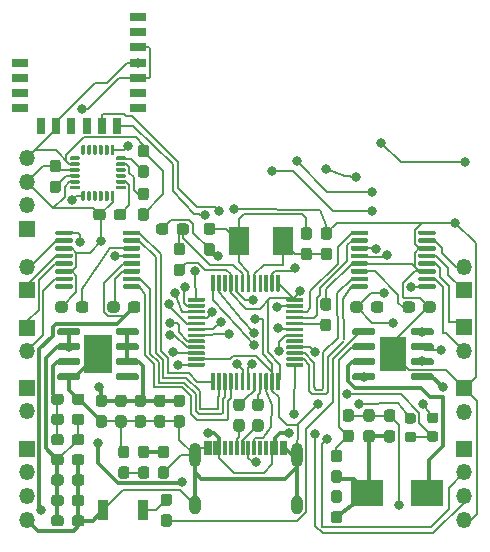
<source format=gbr>
%TF.GenerationSoftware,KiCad,Pcbnew,(5.1.6-0-10_14)*%
%TF.CreationDate,2020-10-29T20:17:36+08:00*%
%TF.ProjectId,QuadoFly,51756164-6f46-46c7-992e-6b696361645f,rev?*%
%TF.SameCoordinates,Original*%
%TF.FileFunction,Copper,L1,Top*%
%TF.FilePolarity,Positive*%
%FSLAX46Y46*%
G04 Gerber Fmt 4.6, Leading zero omitted, Abs format (unit mm)*
G04 Created by KiCad (PCBNEW (5.1.6-0-10_14)) date 2020-10-29 20:17:36*
%MOMM*%
%LPD*%
G01*
G04 APERTURE LIST*
%TA.AperFunction,ComponentPad*%
%ADD10O,1.350000X1.350000*%
%TD*%
%TA.AperFunction,ComponentPad*%
%ADD11R,1.350000X1.350000*%
%TD*%
%TA.AperFunction,SMDPad,CuDef*%
%ADD12R,1.700000X2.400000*%
%TD*%
%TA.AperFunction,SMDPad,CuDef*%
%ADD13R,1.400000X0.700000*%
%TD*%
%TA.AperFunction,SMDPad,CuDef*%
%ADD14R,0.700000X1.400000*%
%TD*%
%TA.AperFunction,SMDPad,CuDef*%
%ADD15R,2.410000X3.300000*%
%TD*%
%TA.AperFunction,SMDPad,CuDef*%
%ADD16R,2.290000X3.000000*%
%TD*%
%TA.AperFunction,SMDPad,CuDef*%
%ADD17R,0.900000X1.700000*%
%TD*%
%TA.AperFunction,SMDPad,CuDef*%
%ADD18R,2.700000X2.200000*%
%TD*%
%TA.AperFunction,SMDPad,CuDef*%
%ADD19R,0.300000X1.150000*%
%TD*%
%TA.AperFunction,ComponentPad*%
%ADD20O,1.000000X1.600000*%
%TD*%
%TA.AperFunction,ComponentPad*%
%ADD21O,1.000000X2.100000*%
%TD*%
%TA.AperFunction,ViaPad*%
%ADD22C,0.800000*%
%TD*%
%TA.AperFunction,Conductor*%
%ADD23C,0.200000*%
%TD*%
%TA.AperFunction,Conductor*%
%ADD24C,0.350000*%
%TD*%
G04 APERTURE END LIST*
D10*
%TO.P,J10,4*%
%TO.N,Earth*%
X101500000Y-143500000D03*
%TO.P,J10,3*%
%TO.N,/PWM4_T3C4*%
X101500000Y-141500000D03*
%TO.P,J10,2*%
%TO.N,/PWM3_T3C3*%
X101500000Y-139500000D03*
D11*
%TO.P,J10,1*%
%TO.N,+5V*%
X101500000Y-137500000D03*
%TD*%
D10*
%TO.P,J9,4*%
%TO.N,Earth*%
X138500000Y-143500000D03*
%TO.P,J9,3*%
%TO.N,/PWM2_T2C3*%
X138500000Y-141500000D03*
%TO.P,J9,2*%
%TO.N,/PWM1_T2C2*%
X138500000Y-139500000D03*
D11*
%TO.P,J9,1*%
%TO.N,+5V*%
X138500000Y-137500000D03*
%TD*%
D10*
%TO.P,J3,2*%
%TO.N,Net-(J3-Pad2)*%
X101500000Y-129250000D03*
D11*
%TO.P,J3,1*%
%TO.N,Net-(J3-Pad1)*%
X101500000Y-127250000D03*
%TD*%
D10*
%TO.P,J2,2*%
%TO.N,Net-(J2-Pad2)*%
X101500000Y-122100000D03*
D11*
%TO.P,J2,1*%
%TO.N,Net-(J2-Pad1)*%
X101500000Y-124100000D03*
%TD*%
D10*
%TO.P,J7,2*%
%TO.N,Earth*%
X101500000Y-134333332D03*
D11*
%TO.P,J7,1*%
%TO.N,/LED1*%
X101500000Y-132333332D03*
%TD*%
D12*
%TO.P,Y1,2*%
%TO.N,Net-(C21-Pad1)*%
X119444666Y-119950000D03*
%TO.P,Y1,1*%
%TO.N,Net-(C20-Pad1)*%
X123144666Y-119950000D03*
%TD*%
D13*
%TO.P,U7,4*%
%TO.N,Net-(U7-Pad4)*%
X100900000Y-108650000D03*
%TO.P,U7,3*%
%TO.N,Net-(U7-Pad3)*%
X100900000Y-107370000D03*
%TO.P,U7,2*%
%TO.N,Net-(U7-Pad2)*%
X100900000Y-106090000D03*
D14*
%TO.P,U7,10*%
%TO.N,/BLE_RX*%
X109100000Y-110150000D03*
%TO.P,U7,9*%
%TO.N,/BLE_TX*%
X107820000Y-110150000D03*
%TO.P,U7,8*%
%TO.N,Net-(U7-Pad8)*%
X106540000Y-110150000D03*
%TO.P,U7,7*%
%TO.N,Net-(U7-Pad7)*%
X105260000Y-110150000D03*
%TO.P,U7,6*%
%TO.N,/+3.3V*%
X103980000Y-110150000D03*
D13*
%TO.P,U7,11*%
%TO.N,Net-(U7-Pad11)*%
X110900000Y-108650000D03*
%TO.P,U7,12*%
%TO.N,Net-(U7-Pad12)*%
X110900000Y-107370000D03*
%TO.P,U7,13*%
%TO.N,Earth*%
X110900000Y-106090000D03*
%TO.P,U7,14*%
%TO.N,/+3.3V*%
X110900000Y-104810000D03*
%TO.P,U7,15*%
%TO.N,Earth*%
X110900000Y-103530000D03*
%TO.P,U7,16*%
%TO.N,Net-(U7-Pad16)*%
X110900000Y-102250000D03*
D14*
%TO.P,U7,5*%
%TO.N,Net-(U7-Pad5)*%
X102700000Y-110150000D03*
D13*
%TO.P,U7,1*%
%TO.N,Net-(U7-Pad1)*%
X100900000Y-104810000D03*
%TO.P,U7,17*%
%TO.N,Net-(U7-Pad17)*%
X110900000Y-100970000D03*
%TD*%
%TO.P,U6,24*%
%TO.N,/MPU_SDA*%
%TA.AperFunction,SMDPad,CuDef*%
G36*
G01*
X109025000Y-112975000D02*
X109025000Y-112825000D01*
G75*
G02*
X109100000Y-112750000I75000J0D01*
G01*
X109800000Y-112750000D01*
G75*
G02*
X109875000Y-112825000I0J-75000D01*
G01*
X109875000Y-112975000D01*
G75*
G02*
X109800000Y-113050000I-75000J0D01*
G01*
X109100000Y-113050000D01*
G75*
G02*
X109025000Y-112975000I0J75000D01*
G01*
G37*
%TD.AperFunction*%
%TO.P,U6,23*%
%TO.N,/MPU_SCL*%
%TA.AperFunction,SMDPad,CuDef*%
G36*
G01*
X109025000Y-113475000D02*
X109025000Y-113325000D01*
G75*
G02*
X109100000Y-113250000I75000J0D01*
G01*
X109800000Y-113250000D01*
G75*
G02*
X109875000Y-113325000I0J-75000D01*
G01*
X109875000Y-113475000D01*
G75*
G02*
X109800000Y-113550000I-75000J0D01*
G01*
X109100000Y-113550000D01*
G75*
G02*
X109025000Y-113475000I0J75000D01*
G01*
G37*
%TD.AperFunction*%
%TO.P,U6,22*%
%TO.N,N/C*%
%TA.AperFunction,SMDPad,CuDef*%
G36*
G01*
X109025000Y-113975000D02*
X109025000Y-113825000D01*
G75*
G02*
X109100000Y-113750000I75000J0D01*
G01*
X109800000Y-113750000D01*
G75*
G02*
X109875000Y-113825000I0J-75000D01*
G01*
X109875000Y-113975000D01*
G75*
G02*
X109800000Y-114050000I-75000J0D01*
G01*
X109100000Y-114050000D01*
G75*
G02*
X109025000Y-113975000I0J75000D01*
G01*
G37*
%TD.AperFunction*%
%TO.P,U6,21*%
%TA.AperFunction,SMDPad,CuDef*%
G36*
G01*
X109025000Y-114475000D02*
X109025000Y-114325000D01*
G75*
G02*
X109100000Y-114250000I75000J0D01*
G01*
X109800000Y-114250000D01*
G75*
G02*
X109875000Y-114325000I0J-75000D01*
G01*
X109875000Y-114475000D01*
G75*
G02*
X109800000Y-114550000I-75000J0D01*
G01*
X109100000Y-114550000D01*
G75*
G02*
X109025000Y-114475000I0J75000D01*
G01*
G37*
%TD.AperFunction*%
%TO.P,U6,20*%
%TO.N,Net-(C25-Pad1)*%
%TA.AperFunction,SMDPad,CuDef*%
G36*
G01*
X109025000Y-114975000D02*
X109025000Y-114825000D01*
G75*
G02*
X109100000Y-114750000I75000J0D01*
G01*
X109800000Y-114750000D01*
G75*
G02*
X109875000Y-114825000I0J-75000D01*
G01*
X109875000Y-114975000D01*
G75*
G02*
X109800000Y-115050000I-75000J0D01*
G01*
X109100000Y-115050000D01*
G75*
G02*
X109025000Y-114975000I0J75000D01*
G01*
G37*
%TD.AperFunction*%
%TO.P,U6,19*%
%TO.N,N/C*%
%TA.AperFunction,SMDPad,CuDef*%
G36*
G01*
X109025000Y-115475000D02*
X109025000Y-115325000D01*
G75*
G02*
X109100000Y-115250000I75000J0D01*
G01*
X109800000Y-115250000D01*
G75*
G02*
X109875000Y-115325000I0J-75000D01*
G01*
X109875000Y-115475000D01*
G75*
G02*
X109800000Y-115550000I-75000J0D01*
G01*
X109100000Y-115550000D01*
G75*
G02*
X109025000Y-115475000I0J75000D01*
G01*
G37*
%TD.AperFunction*%
%TO.P,U6,18*%
%TO.N,Earth*%
%TA.AperFunction,SMDPad,CuDef*%
G36*
G01*
X108675000Y-115675000D02*
X108825000Y-115675000D01*
G75*
G02*
X108900000Y-115750000I0J-75000D01*
G01*
X108900000Y-116450000D01*
G75*
G02*
X108825000Y-116525000I-75000J0D01*
G01*
X108675000Y-116525000D01*
G75*
G02*
X108600000Y-116450000I0J75000D01*
G01*
X108600000Y-115750000D01*
G75*
G02*
X108675000Y-115675000I75000J0D01*
G01*
G37*
%TD.AperFunction*%
%TO.P,U6,17*%
%TO.N,N/C*%
%TA.AperFunction,SMDPad,CuDef*%
G36*
G01*
X108175000Y-115675000D02*
X108325000Y-115675000D01*
G75*
G02*
X108400000Y-115750000I0J-75000D01*
G01*
X108400000Y-116450000D01*
G75*
G02*
X108325000Y-116525000I-75000J0D01*
G01*
X108175000Y-116525000D01*
G75*
G02*
X108100000Y-116450000I0J75000D01*
G01*
X108100000Y-115750000D01*
G75*
G02*
X108175000Y-115675000I75000J0D01*
G01*
G37*
%TD.AperFunction*%
%TO.P,U6,16*%
%TA.AperFunction,SMDPad,CuDef*%
G36*
G01*
X107675000Y-115675000D02*
X107825000Y-115675000D01*
G75*
G02*
X107900000Y-115750000I0J-75000D01*
G01*
X107900000Y-116450000D01*
G75*
G02*
X107825000Y-116525000I-75000J0D01*
G01*
X107675000Y-116525000D01*
G75*
G02*
X107600000Y-116450000I0J75000D01*
G01*
X107600000Y-115750000D01*
G75*
G02*
X107675000Y-115675000I75000J0D01*
G01*
G37*
%TD.AperFunction*%
%TO.P,U6,15*%
%TA.AperFunction,SMDPad,CuDef*%
G36*
G01*
X107175000Y-115675000D02*
X107325000Y-115675000D01*
G75*
G02*
X107400000Y-115750000I0J-75000D01*
G01*
X107400000Y-116450000D01*
G75*
G02*
X107325000Y-116525000I-75000J0D01*
G01*
X107175000Y-116525000D01*
G75*
G02*
X107100000Y-116450000I0J75000D01*
G01*
X107100000Y-115750000D01*
G75*
G02*
X107175000Y-115675000I75000J0D01*
G01*
G37*
%TD.AperFunction*%
%TO.P,U6,14*%
%TA.AperFunction,SMDPad,CuDef*%
G36*
G01*
X106675000Y-115675000D02*
X106825000Y-115675000D01*
G75*
G02*
X106900000Y-115750000I0J-75000D01*
G01*
X106900000Y-116450000D01*
G75*
G02*
X106825000Y-116525000I-75000J0D01*
G01*
X106675000Y-116525000D01*
G75*
G02*
X106600000Y-116450000I0J75000D01*
G01*
X106600000Y-115750000D01*
G75*
G02*
X106675000Y-115675000I75000J0D01*
G01*
G37*
%TD.AperFunction*%
%TO.P,U6,13*%
%TO.N,/+3.3V*%
%TA.AperFunction,SMDPad,CuDef*%
G36*
G01*
X106175000Y-115675000D02*
X106325000Y-115675000D01*
G75*
G02*
X106400000Y-115750000I0J-75000D01*
G01*
X106400000Y-116450000D01*
G75*
G02*
X106325000Y-116525000I-75000J0D01*
G01*
X106175000Y-116525000D01*
G75*
G02*
X106100000Y-116450000I0J75000D01*
G01*
X106100000Y-115750000D01*
G75*
G02*
X106175000Y-115675000I75000J0D01*
G01*
G37*
%TD.AperFunction*%
%TO.P,U6,12*%
%TO.N,Net-(U6-Pad12)*%
%TA.AperFunction,SMDPad,CuDef*%
G36*
G01*
X105125000Y-115475000D02*
X105125000Y-115325000D01*
G75*
G02*
X105200000Y-115250000I75000J0D01*
G01*
X105900000Y-115250000D01*
G75*
G02*
X105975000Y-115325000I0J-75000D01*
G01*
X105975000Y-115475000D01*
G75*
G02*
X105900000Y-115550000I-75000J0D01*
G01*
X105200000Y-115550000D01*
G75*
G02*
X105125000Y-115475000I0J75000D01*
G01*
G37*
%TD.AperFunction*%
%TO.P,U6,11*%
%TO.N,Earth*%
%TA.AperFunction,SMDPad,CuDef*%
G36*
G01*
X105125000Y-114975000D02*
X105125000Y-114825000D01*
G75*
G02*
X105200000Y-114750000I75000J0D01*
G01*
X105900000Y-114750000D01*
G75*
G02*
X105975000Y-114825000I0J-75000D01*
G01*
X105975000Y-114975000D01*
G75*
G02*
X105900000Y-115050000I-75000J0D01*
G01*
X105200000Y-115050000D01*
G75*
G02*
X105125000Y-114975000I0J75000D01*
G01*
G37*
%TD.AperFunction*%
%TO.P,U6,10*%
%TO.N,Net-(C24-Pad1)*%
%TA.AperFunction,SMDPad,CuDef*%
G36*
G01*
X105125000Y-114475000D02*
X105125000Y-114325000D01*
G75*
G02*
X105200000Y-114250000I75000J0D01*
G01*
X105900000Y-114250000D01*
G75*
G02*
X105975000Y-114325000I0J-75000D01*
G01*
X105975000Y-114475000D01*
G75*
G02*
X105900000Y-114550000I-75000J0D01*
G01*
X105200000Y-114550000D01*
G75*
G02*
X105125000Y-114475000I0J75000D01*
G01*
G37*
%TD.AperFunction*%
%TO.P,U6,9*%
%TO.N,Earth*%
%TA.AperFunction,SMDPad,CuDef*%
G36*
G01*
X105125000Y-113975000D02*
X105125000Y-113825000D01*
G75*
G02*
X105200000Y-113750000I75000J0D01*
G01*
X105900000Y-113750000D01*
G75*
G02*
X105975000Y-113825000I0J-75000D01*
G01*
X105975000Y-113975000D01*
G75*
G02*
X105900000Y-114050000I-75000J0D01*
G01*
X105200000Y-114050000D01*
G75*
G02*
X105125000Y-113975000I0J75000D01*
G01*
G37*
%TD.AperFunction*%
%TO.P,U6,8*%
%TO.N,/+3.3V*%
%TA.AperFunction,SMDPad,CuDef*%
G36*
G01*
X105125000Y-113475000D02*
X105125000Y-113325000D01*
G75*
G02*
X105200000Y-113250000I75000J0D01*
G01*
X105900000Y-113250000D01*
G75*
G02*
X105975000Y-113325000I0J-75000D01*
G01*
X105975000Y-113475000D01*
G75*
G02*
X105900000Y-113550000I-75000J0D01*
G01*
X105200000Y-113550000D01*
G75*
G02*
X105125000Y-113475000I0J75000D01*
G01*
G37*
%TD.AperFunction*%
%TO.P,U6,7*%
%TO.N,Net-(U6-Pad7)*%
%TA.AperFunction,SMDPad,CuDef*%
G36*
G01*
X105125000Y-112975000D02*
X105125000Y-112825000D01*
G75*
G02*
X105200000Y-112750000I75000J0D01*
G01*
X105900000Y-112750000D01*
G75*
G02*
X105975000Y-112825000I0J-75000D01*
G01*
X105975000Y-112975000D01*
G75*
G02*
X105900000Y-113050000I-75000J0D01*
G01*
X105200000Y-113050000D01*
G75*
G02*
X105125000Y-112975000I0J75000D01*
G01*
G37*
%TD.AperFunction*%
%TO.P,U6,6*%
%TO.N,Net-(U6-Pad6)*%
%TA.AperFunction,SMDPad,CuDef*%
G36*
G01*
X106175000Y-111775000D02*
X106325000Y-111775000D01*
G75*
G02*
X106400000Y-111850000I0J-75000D01*
G01*
X106400000Y-112550000D01*
G75*
G02*
X106325000Y-112625000I-75000J0D01*
G01*
X106175000Y-112625000D01*
G75*
G02*
X106100000Y-112550000I0J75000D01*
G01*
X106100000Y-111850000D01*
G75*
G02*
X106175000Y-111775000I75000J0D01*
G01*
G37*
%TD.AperFunction*%
%TO.P,U6,5*%
%TO.N,N/C*%
%TA.AperFunction,SMDPad,CuDef*%
G36*
G01*
X106675000Y-111775000D02*
X106825000Y-111775000D01*
G75*
G02*
X106900000Y-111850000I0J-75000D01*
G01*
X106900000Y-112550000D01*
G75*
G02*
X106825000Y-112625000I-75000J0D01*
G01*
X106675000Y-112625000D01*
G75*
G02*
X106600000Y-112550000I0J75000D01*
G01*
X106600000Y-111850000D01*
G75*
G02*
X106675000Y-111775000I75000J0D01*
G01*
G37*
%TD.AperFunction*%
%TO.P,U6,4*%
%TA.AperFunction,SMDPad,CuDef*%
G36*
G01*
X107175000Y-111775000D02*
X107325000Y-111775000D01*
G75*
G02*
X107400000Y-111850000I0J-75000D01*
G01*
X107400000Y-112550000D01*
G75*
G02*
X107325000Y-112625000I-75000J0D01*
G01*
X107175000Y-112625000D01*
G75*
G02*
X107100000Y-112550000I0J75000D01*
G01*
X107100000Y-111850000D01*
G75*
G02*
X107175000Y-111775000I75000J0D01*
G01*
G37*
%TD.AperFunction*%
%TO.P,U6,3*%
%TA.AperFunction,SMDPad,CuDef*%
G36*
G01*
X107675000Y-111775000D02*
X107825000Y-111775000D01*
G75*
G02*
X107900000Y-111850000I0J-75000D01*
G01*
X107900000Y-112550000D01*
G75*
G02*
X107825000Y-112625000I-75000J0D01*
G01*
X107675000Y-112625000D01*
G75*
G02*
X107600000Y-112550000I0J75000D01*
G01*
X107600000Y-111850000D01*
G75*
G02*
X107675000Y-111775000I75000J0D01*
G01*
G37*
%TD.AperFunction*%
%TO.P,U6,2*%
%TA.AperFunction,SMDPad,CuDef*%
G36*
G01*
X108175000Y-111775000D02*
X108325000Y-111775000D01*
G75*
G02*
X108400000Y-111850000I0J-75000D01*
G01*
X108400000Y-112550000D01*
G75*
G02*
X108325000Y-112625000I-75000J0D01*
G01*
X108175000Y-112625000D01*
G75*
G02*
X108100000Y-112550000I0J75000D01*
G01*
X108100000Y-111850000D01*
G75*
G02*
X108175000Y-111775000I75000J0D01*
G01*
G37*
%TD.AperFunction*%
%TO.P,U6,1*%
%TO.N,Earth*%
%TA.AperFunction,SMDPad,CuDef*%
G36*
G01*
X108675000Y-111775000D02*
X108825000Y-111775000D01*
G75*
G02*
X108900000Y-111850000I0J-75000D01*
G01*
X108900000Y-112550000D01*
G75*
G02*
X108825000Y-112625000I-75000J0D01*
G01*
X108675000Y-112625000D01*
G75*
G02*
X108600000Y-112550000I0J75000D01*
G01*
X108600000Y-111850000D01*
G75*
G02*
X108675000Y-111775000I75000J0D01*
G01*
G37*
%TD.AperFunction*%
%TD*%
D15*
%TO.P,U5,9*%
%TO.N,Earth*%
X107500000Y-129500000D03*
%TO.P,U5,8*%
%TO.N,+5V*%
%TA.AperFunction,SMDPad,CuDef*%
G36*
G01*
X109000000Y-127745000D02*
X109000000Y-127445000D01*
G75*
G02*
X109150000Y-127295000I150000J0D01*
G01*
X110800000Y-127295000D01*
G75*
G02*
X110950000Y-127445000I0J-150000D01*
G01*
X110950000Y-127745000D01*
G75*
G02*
X110800000Y-127895000I-150000J0D01*
G01*
X109150000Y-127895000D01*
G75*
G02*
X109000000Y-127745000I0J150000D01*
G01*
G37*
%TD.AperFunction*%
%TO.P,U5,7*%
%TA.AperFunction,SMDPad,CuDef*%
G36*
G01*
X109000000Y-129015000D02*
X109000000Y-128715000D01*
G75*
G02*
X109150000Y-128565000I150000J0D01*
G01*
X110800000Y-128565000D01*
G75*
G02*
X110950000Y-128715000I0J-150000D01*
G01*
X110950000Y-129015000D01*
G75*
G02*
X110800000Y-129165000I-150000J0D01*
G01*
X109150000Y-129165000D01*
G75*
G02*
X109000000Y-129015000I0J150000D01*
G01*
G37*
%TD.AperFunction*%
%TO.P,U5,6*%
%TA.AperFunction,SMDPad,CuDef*%
G36*
G01*
X109000000Y-130285000D02*
X109000000Y-129985000D01*
G75*
G02*
X109150000Y-129835000I150000J0D01*
G01*
X110800000Y-129835000D01*
G75*
G02*
X110950000Y-129985000I0J-150000D01*
G01*
X110950000Y-130285000D01*
G75*
G02*
X110800000Y-130435000I-150000J0D01*
G01*
X109150000Y-130435000D01*
G75*
G02*
X109000000Y-130285000I0J150000D01*
G01*
G37*
%TD.AperFunction*%
%TO.P,U5,5*%
%TO.N,Net-(U5-Pad5)*%
%TA.AperFunction,SMDPad,CuDef*%
G36*
G01*
X109000000Y-131555000D02*
X109000000Y-131255000D01*
G75*
G02*
X109150000Y-131105000I150000J0D01*
G01*
X110800000Y-131105000D01*
G75*
G02*
X110950000Y-131255000I0J-150000D01*
G01*
X110950000Y-131555000D01*
G75*
G02*
X110800000Y-131705000I-150000J0D01*
G01*
X109150000Y-131705000D01*
G75*
G02*
X109000000Y-131555000I0J150000D01*
G01*
G37*
%TD.AperFunction*%
%TO.P,U5,4*%
%TO.N,Earth*%
%TA.AperFunction,SMDPad,CuDef*%
G36*
G01*
X104050000Y-131555000D02*
X104050000Y-131255000D01*
G75*
G02*
X104200000Y-131105000I150000J0D01*
G01*
X105850000Y-131105000D01*
G75*
G02*
X106000000Y-131255000I0J-150000D01*
G01*
X106000000Y-131555000D01*
G75*
G02*
X105850000Y-131705000I-150000J0D01*
G01*
X104200000Y-131705000D01*
G75*
G02*
X104050000Y-131555000I0J150000D01*
G01*
G37*
%TD.AperFunction*%
%TO.P,U5,3*%
%TO.N,Net-(C23-Pad2)*%
%TA.AperFunction,SMDPad,CuDef*%
G36*
G01*
X104050000Y-130285000D02*
X104050000Y-129985000D01*
G75*
G02*
X104200000Y-129835000I150000J0D01*
G01*
X105850000Y-129835000D01*
G75*
G02*
X106000000Y-129985000I0J-150000D01*
G01*
X106000000Y-130285000D01*
G75*
G02*
X105850000Y-130435000I-150000J0D01*
G01*
X104200000Y-130435000D01*
G75*
G02*
X104050000Y-130285000I0J150000D01*
G01*
G37*
%TD.AperFunction*%
%TO.P,U5,2*%
%TO.N,/+3.3V*%
%TA.AperFunction,SMDPad,CuDef*%
G36*
G01*
X104050000Y-129015000D02*
X104050000Y-128715000D01*
G75*
G02*
X104200000Y-128565000I150000J0D01*
G01*
X105850000Y-128565000D01*
G75*
G02*
X106000000Y-128715000I0J-150000D01*
G01*
X106000000Y-129015000D01*
G75*
G02*
X105850000Y-129165000I-150000J0D01*
G01*
X104200000Y-129165000D01*
G75*
G02*
X104050000Y-129015000I0J150000D01*
G01*
G37*
%TD.AperFunction*%
%TO.P,U5,1*%
%TA.AperFunction,SMDPad,CuDef*%
G36*
G01*
X104050000Y-127745000D02*
X104050000Y-127445000D01*
G75*
G02*
X104200000Y-127295000I150000J0D01*
G01*
X105850000Y-127295000D01*
G75*
G02*
X106000000Y-127445000I0J-150000D01*
G01*
X106000000Y-127745000D01*
G75*
G02*
X105850000Y-127895000I-150000J0D01*
G01*
X104200000Y-127895000D01*
G75*
G02*
X104050000Y-127745000I0J150000D01*
G01*
G37*
%TD.AperFunction*%
%TD*%
%TO.P,U4,48*%
%TO.N,/+3.3V*%
%TA.AperFunction,SMDPad,CuDef*%
G36*
G01*
X123500000Y-124750000D02*
X124825000Y-124750000D01*
G75*
G02*
X124900000Y-124825000I0J-75000D01*
G01*
X124900000Y-124975000D01*
G75*
G02*
X124825000Y-125050000I-75000J0D01*
G01*
X123500000Y-125050000D01*
G75*
G02*
X123425000Y-124975000I0J75000D01*
G01*
X123425000Y-124825000D01*
G75*
G02*
X123500000Y-124750000I75000J0D01*
G01*
G37*
%TD.AperFunction*%
%TO.P,U4,47*%
%TO.N,Earth*%
%TA.AperFunction,SMDPad,CuDef*%
G36*
G01*
X123500000Y-125250000D02*
X124825000Y-125250000D01*
G75*
G02*
X124900000Y-125325000I0J-75000D01*
G01*
X124900000Y-125475000D01*
G75*
G02*
X124825000Y-125550000I-75000J0D01*
G01*
X123500000Y-125550000D01*
G75*
G02*
X123425000Y-125475000I0J75000D01*
G01*
X123425000Y-125325000D01*
G75*
G02*
X123500000Y-125250000I75000J0D01*
G01*
G37*
%TD.AperFunction*%
%TO.P,U4,46*%
%TO.N,/DIN1*%
%TA.AperFunction,SMDPad,CuDef*%
G36*
G01*
X123500000Y-125750000D02*
X124825000Y-125750000D01*
G75*
G02*
X124900000Y-125825000I0J-75000D01*
G01*
X124900000Y-125975000D01*
G75*
G02*
X124825000Y-126050000I-75000J0D01*
G01*
X123500000Y-126050000D01*
G75*
G02*
X123425000Y-125975000I0J75000D01*
G01*
X123425000Y-125825000D01*
G75*
G02*
X123500000Y-125750000I75000J0D01*
G01*
G37*
%TD.AperFunction*%
%TO.P,U4,45*%
%TO.N,/DIN2*%
%TA.AperFunction,SMDPad,CuDef*%
G36*
G01*
X123500000Y-126250000D02*
X124825000Y-126250000D01*
G75*
G02*
X124900000Y-126325000I0J-75000D01*
G01*
X124900000Y-126475000D01*
G75*
G02*
X124825000Y-126550000I-75000J0D01*
G01*
X123500000Y-126550000D01*
G75*
G02*
X123425000Y-126475000I0J75000D01*
G01*
X123425000Y-126325000D01*
G75*
G02*
X123500000Y-126250000I75000J0D01*
G01*
G37*
%TD.AperFunction*%
%TO.P,U4,44*%
%TO.N,/BOOT0*%
%TA.AperFunction,SMDPad,CuDef*%
G36*
G01*
X123500000Y-126750000D02*
X124825000Y-126750000D01*
G75*
G02*
X124900000Y-126825000I0J-75000D01*
G01*
X124900000Y-126975000D01*
G75*
G02*
X124825000Y-127050000I-75000J0D01*
G01*
X123500000Y-127050000D01*
G75*
G02*
X123425000Y-126975000I0J75000D01*
G01*
X123425000Y-126825000D01*
G75*
G02*
X123500000Y-126750000I75000J0D01*
G01*
G37*
%TD.AperFunction*%
%TO.P,U4,43*%
%TO.N,/VL53_SDA*%
%TA.AperFunction,SMDPad,CuDef*%
G36*
G01*
X123500000Y-127250000D02*
X124825000Y-127250000D01*
G75*
G02*
X124900000Y-127325000I0J-75000D01*
G01*
X124900000Y-127475000D01*
G75*
G02*
X124825000Y-127550000I-75000J0D01*
G01*
X123500000Y-127550000D01*
G75*
G02*
X123425000Y-127475000I0J75000D01*
G01*
X123425000Y-127325000D01*
G75*
G02*
X123500000Y-127250000I75000J0D01*
G01*
G37*
%TD.AperFunction*%
%TO.P,U4,42*%
%TO.N,/VL53_SCL*%
%TA.AperFunction,SMDPad,CuDef*%
G36*
G01*
X123500000Y-127750000D02*
X124825000Y-127750000D01*
G75*
G02*
X124900000Y-127825000I0J-75000D01*
G01*
X124900000Y-127975000D01*
G75*
G02*
X124825000Y-128050000I-75000J0D01*
G01*
X123500000Y-128050000D01*
G75*
G02*
X123425000Y-127975000I0J75000D01*
G01*
X123425000Y-127825000D01*
G75*
G02*
X123500000Y-127750000I75000J0D01*
G01*
G37*
%TD.AperFunction*%
%TO.P,U4,41*%
%TO.N,Net-(U4-Pad41)*%
%TA.AperFunction,SMDPad,CuDef*%
G36*
G01*
X123500000Y-128250000D02*
X124825000Y-128250000D01*
G75*
G02*
X124900000Y-128325000I0J-75000D01*
G01*
X124900000Y-128475000D01*
G75*
G02*
X124825000Y-128550000I-75000J0D01*
G01*
X123500000Y-128550000D01*
G75*
G02*
X123425000Y-128475000I0J75000D01*
G01*
X123425000Y-128325000D01*
G75*
G02*
X123500000Y-128250000I75000J0D01*
G01*
G37*
%TD.AperFunction*%
%TO.P,U4,40*%
%TO.N,/DRV_SLEEP1*%
%TA.AperFunction,SMDPad,CuDef*%
G36*
G01*
X123500000Y-128750000D02*
X124825000Y-128750000D01*
G75*
G02*
X124900000Y-128825000I0J-75000D01*
G01*
X124900000Y-128975000D01*
G75*
G02*
X124825000Y-129050000I-75000J0D01*
G01*
X123500000Y-129050000D01*
G75*
G02*
X123425000Y-128975000I0J75000D01*
G01*
X123425000Y-128825000D01*
G75*
G02*
X123500000Y-128750000I75000J0D01*
G01*
G37*
%TD.AperFunction*%
%TO.P,U4,39*%
%TO.N,/CIN2*%
%TA.AperFunction,SMDPad,CuDef*%
G36*
G01*
X123500000Y-129250000D02*
X124825000Y-129250000D01*
G75*
G02*
X124900000Y-129325000I0J-75000D01*
G01*
X124900000Y-129475000D01*
G75*
G02*
X124825000Y-129550000I-75000J0D01*
G01*
X123500000Y-129550000D01*
G75*
G02*
X123425000Y-129475000I0J75000D01*
G01*
X123425000Y-129325000D01*
G75*
G02*
X123500000Y-129250000I75000J0D01*
G01*
G37*
%TD.AperFunction*%
%TO.P,U4,38*%
%TO.N,/CIN1*%
%TA.AperFunction,SMDPad,CuDef*%
G36*
G01*
X123500000Y-129750000D02*
X124825000Y-129750000D01*
G75*
G02*
X124900000Y-129825000I0J-75000D01*
G01*
X124900000Y-129975000D01*
G75*
G02*
X124825000Y-130050000I-75000J0D01*
G01*
X123500000Y-130050000D01*
G75*
G02*
X123425000Y-129975000I0J75000D01*
G01*
X123425000Y-129825000D01*
G75*
G02*
X123500000Y-129750000I75000J0D01*
G01*
G37*
%TD.AperFunction*%
%TO.P,U4,37*%
%TO.N,/SWCLK*%
%TA.AperFunction,SMDPad,CuDef*%
G36*
G01*
X123500000Y-130250000D02*
X124825000Y-130250000D01*
G75*
G02*
X124900000Y-130325000I0J-75000D01*
G01*
X124900000Y-130475000D01*
G75*
G02*
X124825000Y-130550000I-75000J0D01*
G01*
X123500000Y-130550000D01*
G75*
G02*
X123425000Y-130475000I0J75000D01*
G01*
X123425000Y-130325000D01*
G75*
G02*
X123500000Y-130250000I75000J0D01*
G01*
G37*
%TD.AperFunction*%
%TO.P,U4,36*%
%TO.N,/+3.3V*%
%TA.AperFunction,SMDPad,CuDef*%
G36*
G01*
X122675000Y-131075000D02*
X122825000Y-131075000D01*
G75*
G02*
X122900000Y-131150000I0J-75000D01*
G01*
X122900000Y-132475000D01*
G75*
G02*
X122825000Y-132550000I-75000J0D01*
G01*
X122675000Y-132550000D01*
G75*
G02*
X122600000Y-132475000I0J75000D01*
G01*
X122600000Y-131150000D01*
G75*
G02*
X122675000Y-131075000I75000J0D01*
G01*
G37*
%TD.AperFunction*%
%TO.P,U4,35*%
%TO.N,Earth*%
%TA.AperFunction,SMDPad,CuDef*%
G36*
G01*
X122175000Y-131075000D02*
X122325000Y-131075000D01*
G75*
G02*
X122400000Y-131150000I0J-75000D01*
G01*
X122400000Y-132475000D01*
G75*
G02*
X122325000Y-132550000I-75000J0D01*
G01*
X122175000Y-132550000D01*
G75*
G02*
X122100000Y-132475000I0J75000D01*
G01*
X122100000Y-131150000D01*
G75*
G02*
X122175000Y-131075000I75000J0D01*
G01*
G37*
%TD.AperFunction*%
%TO.P,U4,34*%
%TO.N,/SWIO*%
%TA.AperFunction,SMDPad,CuDef*%
G36*
G01*
X121675000Y-131075000D02*
X121825000Y-131075000D01*
G75*
G02*
X121900000Y-131150000I0J-75000D01*
G01*
X121900000Y-132475000D01*
G75*
G02*
X121825000Y-132550000I-75000J0D01*
G01*
X121675000Y-132550000D01*
G75*
G02*
X121600000Y-132475000I0J75000D01*
G01*
X121600000Y-131150000D01*
G75*
G02*
X121675000Y-131075000I75000J0D01*
G01*
G37*
%TD.AperFunction*%
%TO.P,U4,33*%
%TO.N,/USB+*%
%TA.AperFunction,SMDPad,CuDef*%
G36*
G01*
X121175000Y-131075000D02*
X121325000Y-131075000D01*
G75*
G02*
X121400000Y-131150000I0J-75000D01*
G01*
X121400000Y-132475000D01*
G75*
G02*
X121325000Y-132550000I-75000J0D01*
G01*
X121175000Y-132550000D01*
G75*
G02*
X121100000Y-132475000I0J75000D01*
G01*
X121100000Y-131150000D01*
G75*
G02*
X121175000Y-131075000I75000J0D01*
G01*
G37*
%TD.AperFunction*%
%TO.P,U4,32*%
%TO.N,/USB-*%
%TA.AperFunction,SMDPad,CuDef*%
G36*
G01*
X120675000Y-131075000D02*
X120825000Y-131075000D01*
G75*
G02*
X120900000Y-131150000I0J-75000D01*
G01*
X120900000Y-132475000D01*
G75*
G02*
X120825000Y-132550000I-75000J0D01*
G01*
X120675000Y-132550000D01*
G75*
G02*
X120600000Y-132475000I0J75000D01*
G01*
X120600000Y-131150000D01*
G75*
G02*
X120675000Y-131075000I75000J0D01*
G01*
G37*
%TD.AperFunction*%
%TO.P,U4,31*%
%TO.N,/BLE_TX*%
%TA.AperFunction,SMDPad,CuDef*%
G36*
G01*
X120175000Y-131075000D02*
X120325000Y-131075000D01*
G75*
G02*
X120400000Y-131150000I0J-75000D01*
G01*
X120400000Y-132475000D01*
G75*
G02*
X120325000Y-132550000I-75000J0D01*
G01*
X120175000Y-132550000D01*
G75*
G02*
X120100000Y-132475000I0J75000D01*
G01*
X120100000Y-131150000D01*
G75*
G02*
X120175000Y-131075000I75000J0D01*
G01*
G37*
%TD.AperFunction*%
%TO.P,U4,30*%
%TO.N,/BLE_RX*%
%TA.AperFunction,SMDPad,CuDef*%
G36*
G01*
X119675000Y-131075000D02*
X119825000Y-131075000D01*
G75*
G02*
X119900000Y-131150000I0J-75000D01*
G01*
X119900000Y-132475000D01*
G75*
G02*
X119825000Y-132550000I-75000J0D01*
G01*
X119675000Y-132550000D01*
G75*
G02*
X119600000Y-132475000I0J75000D01*
G01*
X119600000Y-131150000D01*
G75*
G02*
X119675000Y-131075000I75000J0D01*
G01*
G37*
%TD.AperFunction*%
%TO.P,U4,29*%
%TO.N,Net-(U4-Pad29)*%
%TA.AperFunction,SMDPad,CuDef*%
G36*
G01*
X119175000Y-131075000D02*
X119325000Y-131075000D01*
G75*
G02*
X119400000Y-131150000I0J-75000D01*
G01*
X119400000Y-132475000D01*
G75*
G02*
X119325000Y-132550000I-75000J0D01*
G01*
X119175000Y-132550000D01*
G75*
G02*
X119100000Y-132475000I0J75000D01*
G01*
X119100000Y-131150000D01*
G75*
G02*
X119175000Y-131075000I75000J0D01*
G01*
G37*
%TD.AperFunction*%
%TO.P,U4,28*%
%TO.N,/BIN1*%
%TA.AperFunction,SMDPad,CuDef*%
G36*
G01*
X118675000Y-131075000D02*
X118825000Y-131075000D01*
G75*
G02*
X118900000Y-131150000I0J-75000D01*
G01*
X118900000Y-132475000D01*
G75*
G02*
X118825000Y-132550000I-75000J0D01*
G01*
X118675000Y-132550000D01*
G75*
G02*
X118600000Y-132475000I0J75000D01*
G01*
X118600000Y-131150000D01*
G75*
G02*
X118675000Y-131075000I75000J0D01*
G01*
G37*
%TD.AperFunction*%
%TO.P,U4,27*%
%TO.N,/BIN2*%
%TA.AperFunction,SMDPad,CuDef*%
G36*
G01*
X118175000Y-131075000D02*
X118325000Y-131075000D01*
G75*
G02*
X118400000Y-131150000I0J-75000D01*
G01*
X118400000Y-132475000D01*
G75*
G02*
X118325000Y-132550000I-75000J0D01*
G01*
X118175000Y-132550000D01*
G75*
G02*
X118100000Y-132475000I0J75000D01*
G01*
X118100000Y-131150000D01*
G75*
G02*
X118175000Y-131075000I75000J0D01*
G01*
G37*
%TD.AperFunction*%
%TO.P,U4,26*%
%TO.N,/AIN2*%
%TA.AperFunction,SMDPad,CuDef*%
G36*
G01*
X117675000Y-131075000D02*
X117825000Y-131075000D01*
G75*
G02*
X117900000Y-131150000I0J-75000D01*
G01*
X117900000Y-132475000D01*
G75*
G02*
X117825000Y-132550000I-75000J0D01*
G01*
X117675000Y-132550000D01*
G75*
G02*
X117600000Y-132475000I0J75000D01*
G01*
X117600000Y-131150000D01*
G75*
G02*
X117675000Y-131075000I75000J0D01*
G01*
G37*
%TD.AperFunction*%
%TO.P,U4,25*%
%TO.N,/AIN1*%
%TA.AperFunction,SMDPad,CuDef*%
G36*
G01*
X117175000Y-131075000D02*
X117325000Y-131075000D01*
G75*
G02*
X117400000Y-131150000I0J-75000D01*
G01*
X117400000Y-132475000D01*
G75*
G02*
X117325000Y-132550000I-75000J0D01*
G01*
X117175000Y-132550000D01*
G75*
G02*
X117100000Y-132475000I0J75000D01*
G01*
X117100000Y-131150000D01*
G75*
G02*
X117175000Y-131075000I75000J0D01*
G01*
G37*
%TD.AperFunction*%
%TO.P,U4,24*%
%TO.N,/+3.3V*%
%TA.AperFunction,SMDPad,CuDef*%
G36*
G01*
X115175000Y-130250000D02*
X116500000Y-130250000D01*
G75*
G02*
X116575000Y-130325000I0J-75000D01*
G01*
X116575000Y-130475000D01*
G75*
G02*
X116500000Y-130550000I-75000J0D01*
G01*
X115175000Y-130550000D01*
G75*
G02*
X115100000Y-130475000I0J75000D01*
G01*
X115100000Y-130325000D01*
G75*
G02*
X115175000Y-130250000I75000J0D01*
G01*
G37*
%TD.AperFunction*%
%TO.P,U4,23*%
%TO.N,Earth*%
%TA.AperFunction,SMDPad,CuDef*%
G36*
G01*
X115175000Y-129750000D02*
X116500000Y-129750000D01*
G75*
G02*
X116575000Y-129825000I0J-75000D01*
G01*
X116575000Y-129975000D01*
G75*
G02*
X116500000Y-130050000I-75000J0D01*
G01*
X115175000Y-130050000D01*
G75*
G02*
X115100000Y-129975000I0J75000D01*
G01*
X115100000Y-129825000D01*
G75*
G02*
X115175000Y-129750000I75000J0D01*
G01*
G37*
%TD.AperFunction*%
%TO.P,U4,22*%
%TO.N,/MPU_SDA*%
%TA.AperFunction,SMDPad,CuDef*%
G36*
G01*
X115175000Y-129250000D02*
X116500000Y-129250000D01*
G75*
G02*
X116575000Y-129325000I0J-75000D01*
G01*
X116575000Y-129475000D01*
G75*
G02*
X116500000Y-129550000I-75000J0D01*
G01*
X115175000Y-129550000D01*
G75*
G02*
X115100000Y-129475000I0J75000D01*
G01*
X115100000Y-129325000D01*
G75*
G02*
X115175000Y-129250000I75000J0D01*
G01*
G37*
%TD.AperFunction*%
%TO.P,U4,21*%
%TO.N,/MPU_SCL*%
%TA.AperFunction,SMDPad,CuDef*%
G36*
G01*
X115175000Y-128750000D02*
X116500000Y-128750000D01*
G75*
G02*
X116575000Y-128825000I0J-75000D01*
G01*
X116575000Y-128975000D01*
G75*
G02*
X116500000Y-129050000I-75000J0D01*
G01*
X115175000Y-129050000D01*
G75*
G02*
X115100000Y-128975000I0J75000D01*
G01*
X115100000Y-128825000D01*
G75*
G02*
X115175000Y-128750000I75000J0D01*
G01*
G37*
%TD.AperFunction*%
%TO.P,U4,20*%
%TO.N,/DRV_SLEEP2*%
%TA.AperFunction,SMDPad,CuDef*%
G36*
G01*
X115175000Y-128250000D02*
X116500000Y-128250000D01*
G75*
G02*
X116575000Y-128325000I0J-75000D01*
G01*
X116575000Y-128475000D01*
G75*
G02*
X116500000Y-128550000I-75000J0D01*
G01*
X115175000Y-128550000D01*
G75*
G02*
X115100000Y-128475000I0J75000D01*
G01*
X115100000Y-128325000D01*
G75*
G02*
X115175000Y-128250000I75000J0D01*
G01*
G37*
%TD.AperFunction*%
%TO.P,U4,19*%
%TO.N,/PWM4_T3C4*%
%TA.AperFunction,SMDPad,CuDef*%
G36*
G01*
X115175000Y-127750000D02*
X116500000Y-127750000D01*
G75*
G02*
X116575000Y-127825000I0J-75000D01*
G01*
X116575000Y-127975000D01*
G75*
G02*
X116500000Y-128050000I-75000J0D01*
G01*
X115175000Y-128050000D01*
G75*
G02*
X115100000Y-127975000I0J75000D01*
G01*
X115100000Y-127825000D01*
G75*
G02*
X115175000Y-127750000I75000J0D01*
G01*
G37*
%TD.AperFunction*%
%TO.P,U4,18*%
%TO.N,/PWM3_T3C3*%
%TA.AperFunction,SMDPad,CuDef*%
G36*
G01*
X115175000Y-127250000D02*
X116500000Y-127250000D01*
G75*
G02*
X116575000Y-127325000I0J-75000D01*
G01*
X116575000Y-127475000D01*
G75*
G02*
X116500000Y-127550000I-75000J0D01*
G01*
X115175000Y-127550000D01*
G75*
G02*
X115100000Y-127475000I0J75000D01*
G01*
X115100000Y-127325000D01*
G75*
G02*
X115175000Y-127250000I75000J0D01*
G01*
G37*
%TD.AperFunction*%
%TO.P,U4,17*%
%TO.N,/OLED_MOSI*%
%TA.AperFunction,SMDPad,CuDef*%
G36*
G01*
X115175000Y-126750000D02*
X116500000Y-126750000D01*
G75*
G02*
X116575000Y-126825000I0J-75000D01*
G01*
X116575000Y-126975000D01*
G75*
G02*
X116500000Y-127050000I-75000J0D01*
G01*
X115175000Y-127050000D01*
G75*
G02*
X115100000Y-126975000I0J75000D01*
G01*
X115100000Y-126825000D01*
G75*
G02*
X115175000Y-126750000I75000J0D01*
G01*
G37*
%TD.AperFunction*%
%TO.P,U4,16*%
%TO.N,/LED1*%
%TA.AperFunction,SMDPad,CuDef*%
G36*
G01*
X115175000Y-126250000D02*
X116500000Y-126250000D01*
G75*
G02*
X116575000Y-126325000I0J-75000D01*
G01*
X116575000Y-126475000D01*
G75*
G02*
X116500000Y-126550000I-75000J0D01*
G01*
X115175000Y-126550000D01*
G75*
G02*
X115100000Y-126475000I0J75000D01*
G01*
X115100000Y-126325000D01*
G75*
G02*
X115175000Y-126250000I75000J0D01*
G01*
G37*
%TD.AperFunction*%
%TO.P,U4,15*%
%TO.N,/OLED_SCK*%
%TA.AperFunction,SMDPad,CuDef*%
G36*
G01*
X115175000Y-125750000D02*
X116500000Y-125750000D01*
G75*
G02*
X116575000Y-125825000I0J-75000D01*
G01*
X116575000Y-125975000D01*
G75*
G02*
X116500000Y-126050000I-75000J0D01*
G01*
X115175000Y-126050000D01*
G75*
G02*
X115100000Y-125975000I0J75000D01*
G01*
X115100000Y-125825000D01*
G75*
G02*
X115175000Y-125750000I75000J0D01*
G01*
G37*
%TD.AperFunction*%
%TO.P,U4,14*%
%TO.N,/OLED_RES*%
%TA.AperFunction,SMDPad,CuDef*%
G36*
G01*
X115175000Y-125250000D02*
X116500000Y-125250000D01*
G75*
G02*
X116575000Y-125325000I0J-75000D01*
G01*
X116575000Y-125475000D01*
G75*
G02*
X116500000Y-125550000I-75000J0D01*
G01*
X115175000Y-125550000D01*
G75*
G02*
X115100000Y-125475000I0J75000D01*
G01*
X115100000Y-125325000D01*
G75*
G02*
X115175000Y-125250000I75000J0D01*
G01*
G37*
%TD.AperFunction*%
%TO.P,U4,13*%
%TO.N,/OLED_CS*%
%TA.AperFunction,SMDPad,CuDef*%
G36*
G01*
X115175000Y-124750000D02*
X116500000Y-124750000D01*
G75*
G02*
X116575000Y-124825000I0J-75000D01*
G01*
X116575000Y-124975000D01*
G75*
G02*
X116500000Y-125050000I-75000J0D01*
G01*
X115175000Y-125050000D01*
G75*
G02*
X115100000Y-124975000I0J75000D01*
G01*
X115100000Y-124825000D01*
G75*
G02*
X115175000Y-124750000I75000J0D01*
G01*
G37*
%TD.AperFunction*%
%TO.P,U4,12*%
%TO.N,/PWM2_T2C3*%
%TA.AperFunction,SMDPad,CuDef*%
G36*
G01*
X117175000Y-122750000D02*
X117325000Y-122750000D01*
G75*
G02*
X117400000Y-122825000I0J-75000D01*
G01*
X117400000Y-124150000D01*
G75*
G02*
X117325000Y-124225000I-75000J0D01*
G01*
X117175000Y-124225000D01*
G75*
G02*
X117100000Y-124150000I0J75000D01*
G01*
X117100000Y-122825000D01*
G75*
G02*
X117175000Y-122750000I75000J0D01*
G01*
G37*
%TD.AperFunction*%
%TO.P,U4,11*%
%TO.N,/PWM1_T2C2*%
%TA.AperFunction,SMDPad,CuDef*%
G36*
G01*
X117675000Y-122750000D02*
X117825000Y-122750000D01*
G75*
G02*
X117900000Y-122825000I0J-75000D01*
G01*
X117900000Y-124150000D01*
G75*
G02*
X117825000Y-124225000I-75000J0D01*
G01*
X117675000Y-124225000D01*
G75*
G02*
X117600000Y-124150000I0J75000D01*
G01*
X117600000Y-122825000D01*
G75*
G02*
X117675000Y-122750000I75000J0D01*
G01*
G37*
%TD.AperFunction*%
%TO.P,U4,10*%
%TO.N,Net-(U4-Pad10)*%
%TA.AperFunction,SMDPad,CuDef*%
G36*
G01*
X118175000Y-122750000D02*
X118325000Y-122750000D01*
G75*
G02*
X118400000Y-122825000I0J-75000D01*
G01*
X118400000Y-124150000D01*
G75*
G02*
X118325000Y-124225000I-75000J0D01*
G01*
X118175000Y-124225000D01*
G75*
G02*
X118100000Y-124150000I0J75000D01*
G01*
X118100000Y-122825000D01*
G75*
G02*
X118175000Y-122750000I75000J0D01*
G01*
G37*
%TD.AperFunction*%
%TO.P,U4,9*%
%TO.N,/+3.3V*%
%TA.AperFunction,SMDPad,CuDef*%
G36*
G01*
X118675000Y-122750000D02*
X118825000Y-122750000D01*
G75*
G02*
X118900000Y-122825000I0J-75000D01*
G01*
X118900000Y-124150000D01*
G75*
G02*
X118825000Y-124225000I-75000J0D01*
G01*
X118675000Y-124225000D01*
G75*
G02*
X118600000Y-124150000I0J75000D01*
G01*
X118600000Y-122825000D01*
G75*
G02*
X118675000Y-122750000I75000J0D01*
G01*
G37*
%TD.AperFunction*%
%TO.P,U4,8*%
%TO.N,Earth*%
%TA.AperFunction,SMDPad,CuDef*%
G36*
G01*
X119175000Y-122750000D02*
X119325000Y-122750000D01*
G75*
G02*
X119400000Y-122825000I0J-75000D01*
G01*
X119400000Y-124150000D01*
G75*
G02*
X119325000Y-124225000I-75000J0D01*
G01*
X119175000Y-124225000D01*
G75*
G02*
X119100000Y-124150000I0J75000D01*
G01*
X119100000Y-122825000D01*
G75*
G02*
X119175000Y-122750000I75000J0D01*
G01*
G37*
%TD.AperFunction*%
%TO.P,U4,7*%
%TO.N,/RESET*%
%TA.AperFunction,SMDPad,CuDef*%
G36*
G01*
X119675000Y-122750000D02*
X119825000Y-122750000D01*
G75*
G02*
X119900000Y-122825000I0J-75000D01*
G01*
X119900000Y-124150000D01*
G75*
G02*
X119825000Y-124225000I-75000J0D01*
G01*
X119675000Y-124225000D01*
G75*
G02*
X119600000Y-124150000I0J75000D01*
G01*
X119600000Y-122825000D01*
G75*
G02*
X119675000Y-122750000I75000J0D01*
G01*
G37*
%TD.AperFunction*%
%TO.P,U4,6*%
%TO.N,Net-(C21-Pad1)*%
%TA.AperFunction,SMDPad,CuDef*%
G36*
G01*
X120175000Y-122750000D02*
X120325000Y-122750000D01*
G75*
G02*
X120400000Y-122825000I0J-75000D01*
G01*
X120400000Y-124150000D01*
G75*
G02*
X120325000Y-124225000I-75000J0D01*
G01*
X120175000Y-124225000D01*
G75*
G02*
X120100000Y-124150000I0J75000D01*
G01*
X120100000Y-122825000D01*
G75*
G02*
X120175000Y-122750000I75000J0D01*
G01*
G37*
%TD.AperFunction*%
%TO.P,U4,5*%
%TO.N,Net-(C20-Pad1)*%
%TA.AperFunction,SMDPad,CuDef*%
G36*
G01*
X120675000Y-122750000D02*
X120825000Y-122750000D01*
G75*
G02*
X120900000Y-122825000I0J-75000D01*
G01*
X120900000Y-124150000D01*
G75*
G02*
X120825000Y-124225000I-75000J0D01*
G01*
X120675000Y-124225000D01*
G75*
G02*
X120600000Y-124150000I0J75000D01*
G01*
X120600000Y-122825000D01*
G75*
G02*
X120675000Y-122750000I75000J0D01*
G01*
G37*
%TD.AperFunction*%
%TO.P,U4,4*%
%TO.N,Net-(U4-Pad4)*%
%TA.AperFunction,SMDPad,CuDef*%
G36*
G01*
X121175000Y-122750000D02*
X121325000Y-122750000D01*
G75*
G02*
X121400000Y-122825000I0J-75000D01*
G01*
X121400000Y-124150000D01*
G75*
G02*
X121325000Y-124225000I-75000J0D01*
G01*
X121175000Y-124225000D01*
G75*
G02*
X121100000Y-124150000I0J75000D01*
G01*
X121100000Y-122825000D01*
G75*
G02*
X121175000Y-122750000I75000J0D01*
G01*
G37*
%TD.AperFunction*%
%TO.P,U4,3*%
%TO.N,Net-(U4-Pad3)*%
%TA.AperFunction,SMDPad,CuDef*%
G36*
G01*
X121675000Y-122750000D02*
X121825000Y-122750000D01*
G75*
G02*
X121900000Y-122825000I0J-75000D01*
G01*
X121900000Y-124150000D01*
G75*
G02*
X121825000Y-124225000I-75000J0D01*
G01*
X121675000Y-124225000D01*
G75*
G02*
X121600000Y-124150000I0J75000D01*
G01*
X121600000Y-122825000D01*
G75*
G02*
X121675000Y-122750000I75000J0D01*
G01*
G37*
%TD.AperFunction*%
%TO.P,U4,2*%
%TO.N,/OLED_DC*%
%TA.AperFunction,SMDPad,CuDef*%
G36*
G01*
X122175000Y-122750000D02*
X122325000Y-122750000D01*
G75*
G02*
X122400000Y-122825000I0J-75000D01*
G01*
X122400000Y-124150000D01*
G75*
G02*
X122325000Y-124225000I-75000J0D01*
G01*
X122175000Y-124225000D01*
G75*
G02*
X122100000Y-124150000I0J75000D01*
G01*
X122100000Y-122825000D01*
G75*
G02*
X122175000Y-122750000I75000J0D01*
G01*
G37*
%TD.AperFunction*%
%TO.P,U4,1*%
%TO.N,/+3.3V*%
%TA.AperFunction,SMDPad,CuDef*%
G36*
G01*
X122675000Y-122750000D02*
X122825000Y-122750000D01*
G75*
G02*
X122900000Y-122825000I0J-75000D01*
G01*
X122900000Y-124150000D01*
G75*
G02*
X122825000Y-124225000I-75000J0D01*
G01*
X122675000Y-124225000D01*
G75*
G02*
X122600000Y-124150000I0J75000D01*
G01*
X122600000Y-122825000D01*
G75*
G02*
X122675000Y-122750000I75000J0D01*
G01*
G37*
%TD.AperFunction*%
%TD*%
%TO.P,U3,16*%
%TO.N,/CIN1*%
%TA.AperFunction,SMDPad,CuDef*%
G36*
G01*
X130375000Y-123675000D02*
X130375000Y-123875000D01*
G75*
G02*
X130275000Y-123975000I-100000J0D01*
G01*
X129000000Y-123975000D01*
G75*
G02*
X128900000Y-123875000I0J100000D01*
G01*
X128900000Y-123675000D01*
G75*
G02*
X129000000Y-123575000I100000J0D01*
G01*
X130275000Y-123575000D01*
G75*
G02*
X130375000Y-123675000I0J-100000D01*
G01*
G37*
%TD.AperFunction*%
%TO.P,U3,15*%
%TO.N,/CIN2*%
%TA.AperFunction,SMDPad,CuDef*%
G36*
G01*
X130375000Y-123025000D02*
X130375000Y-123225000D01*
G75*
G02*
X130275000Y-123325000I-100000J0D01*
G01*
X129000000Y-123325000D01*
G75*
G02*
X128900000Y-123225000I0J100000D01*
G01*
X128900000Y-123025000D01*
G75*
G02*
X129000000Y-122925000I100000J0D01*
G01*
X130275000Y-122925000D01*
G75*
G02*
X130375000Y-123025000I0J-100000D01*
G01*
G37*
%TD.AperFunction*%
%TO.P,U3,14*%
%TO.N,Net-(C18-Pad2)*%
%TA.AperFunction,SMDPad,CuDef*%
G36*
G01*
X130375000Y-122375000D02*
X130375000Y-122575000D01*
G75*
G02*
X130275000Y-122675000I-100000J0D01*
G01*
X129000000Y-122675000D01*
G75*
G02*
X128900000Y-122575000I0J100000D01*
G01*
X128900000Y-122375000D01*
G75*
G02*
X129000000Y-122275000I100000J0D01*
G01*
X130275000Y-122275000D01*
G75*
G02*
X130375000Y-122375000I0J-100000D01*
G01*
G37*
%TD.AperFunction*%
%TO.P,U3,13*%
%TO.N,Earth*%
%TA.AperFunction,SMDPad,CuDef*%
G36*
G01*
X130375000Y-121725000D02*
X130375000Y-121925000D01*
G75*
G02*
X130275000Y-122025000I-100000J0D01*
G01*
X129000000Y-122025000D01*
G75*
G02*
X128900000Y-121925000I0J100000D01*
G01*
X128900000Y-121725000D01*
G75*
G02*
X129000000Y-121625000I100000J0D01*
G01*
X130275000Y-121625000D01*
G75*
G02*
X130375000Y-121725000I0J-100000D01*
G01*
G37*
%TD.AperFunction*%
%TO.P,U3,12*%
%TO.N,+BATT*%
%TA.AperFunction,SMDPad,CuDef*%
G36*
G01*
X130375000Y-121075000D02*
X130375000Y-121275000D01*
G75*
G02*
X130275000Y-121375000I-100000J0D01*
G01*
X129000000Y-121375000D01*
G75*
G02*
X128900000Y-121275000I0J100000D01*
G01*
X128900000Y-121075000D01*
G75*
G02*
X129000000Y-120975000I100000J0D01*
G01*
X130275000Y-120975000D01*
G75*
G02*
X130375000Y-121075000I0J-100000D01*
G01*
G37*
%TD.AperFunction*%
%TO.P,U3,11*%
%TO.N,Net-(C14-Pad1)*%
%TA.AperFunction,SMDPad,CuDef*%
G36*
G01*
X130375000Y-120425000D02*
X130375000Y-120625000D01*
G75*
G02*
X130275000Y-120725000I-100000J0D01*
G01*
X129000000Y-120725000D01*
G75*
G02*
X128900000Y-120625000I0J100000D01*
G01*
X128900000Y-120425000D01*
G75*
G02*
X129000000Y-120325000I100000J0D01*
G01*
X130275000Y-120325000D01*
G75*
G02*
X130375000Y-120425000I0J-100000D01*
G01*
G37*
%TD.AperFunction*%
%TO.P,U3,10*%
%TO.N,/DIN2*%
%TA.AperFunction,SMDPad,CuDef*%
G36*
G01*
X130375000Y-119775000D02*
X130375000Y-119975000D01*
G75*
G02*
X130275000Y-120075000I-100000J0D01*
G01*
X129000000Y-120075000D01*
G75*
G02*
X128900000Y-119975000I0J100000D01*
G01*
X128900000Y-119775000D01*
G75*
G02*
X129000000Y-119675000I100000J0D01*
G01*
X130275000Y-119675000D01*
G75*
G02*
X130375000Y-119775000I0J-100000D01*
G01*
G37*
%TD.AperFunction*%
%TO.P,U3,9*%
%TO.N,/DIN1*%
%TA.AperFunction,SMDPad,CuDef*%
G36*
G01*
X130375000Y-119125000D02*
X130375000Y-119325000D01*
G75*
G02*
X130275000Y-119425000I-100000J0D01*
G01*
X129000000Y-119425000D01*
G75*
G02*
X128900000Y-119325000I0J100000D01*
G01*
X128900000Y-119125000D01*
G75*
G02*
X129000000Y-119025000I100000J0D01*
G01*
X130275000Y-119025000D01*
G75*
G02*
X130375000Y-119125000I0J-100000D01*
G01*
G37*
%TD.AperFunction*%
%TO.P,U3,8*%
%TO.N,Net-(U3-Pad8)*%
%TA.AperFunction,SMDPad,CuDef*%
G36*
G01*
X136100000Y-119125000D02*
X136100000Y-119325000D01*
G75*
G02*
X136000000Y-119425000I-100000J0D01*
G01*
X134725000Y-119425000D01*
G75*
G02*
X134625000Y-119325000I0J100000D01*
G01*
X134625000Y-119125000D01*
G75*
G02*
X134725000Y-119025000I100000J0D01*
G01*
X136000000Y-119025000D01*
G75*
G02*
X136100000Y-119125000I0J-100000D01*
G01*
G37*
%TD.AperFunction*%
%TO.P,U3,7*%
%TO.N,Net-(J6-Pad2)*%
%TA.AperFunction,SMDPad,CuDef*%
G36*
G01*
X136100000Y-119775000D02*
X136100000Y-119975000D01*
G75*
G02*
X136000000Y-120075000I-100000J0D01*
G01*
X134725000Y-120075000D01*
G75*
G02*
X134625000Y-119975000I0J100000D01*
G01*
X134625000Y-119775000D01*
G75*
G02*
X134725000Y-119675000I100000J0D01*
G01*
X136000000Y-119675000D01*
G75*
G02*
X136100000Y-119775000I0J-100000D01*
G01*
G37*
%TD.AperFunction*%
%TO.P,U3,6*%
%TO.N,Earth*%
%TA.AperFunction,SMDPad,CuDef*%
G36*
G01*
X136100000Y-120425000D02*
X136100000Y-120625000D01*
G75*
G02*
X136000000Y-120725000I-100000J0D01*
G01*
X134725000Y-120725000D01*
G75*
G02*
X134625000Y-120625000I0J100000D01*
G01*
X134625000Y-120425000D01*
G75*
G02*
X134725000Y-120325000I100000J0D01*
G01*
X136000000Y-120325000D01*
G75*
G02*
X136100000Y-120425000I0J-100000D01*
G01*
G37*
%TD.AperFunction*%
%TO.P,U3,5*%
%TO.N,Net-(J6-Pad1)*%
%TA.AperFunction,SMDPad,CuDef*%
G36*
G01*
X136100000Y-121075000D02*
X136100000Y-121275000D01*
G75*
G02*
X136000000Y-121375000I-100000J0D01*
G01*
X134725000Y-121375000D01*
G75*
G02*
X134625000Y-121275000I0J100000D01*
G01*
X134625000Y-121075000D01*
G75*
G02*
X134725000Y-120975000I100000J0D01*
G01*
X136000000Y-120975000D01*
G75*
G02*
X136100000Y-121075000I0J-100000D01*
G01*
G37*
%TD.AperFunction*%
%TO.P,U3,4*%
%TO.N,Net-(J5-Pad1)*%
%TA.AperFunction,SMDPad,CuDef*%
G36*
G01*
X136100000Y-121725000D02*
X136100000Y-121925000D01*
G75*
G02*
X136000000Y-122025000I-100000J0D01*
G01*
X134725000Y-122025000D01*
G75*
G02*
X134625000Y-121925000I0J100000D01*
G01*
X134625000Y-121725000D01*
G75*
G02*
X134725000Y-121625000I100000J0D01*
G01*
X136000000Y-121625000D01*
G75*
G02*
X136100000Y-121725000I0J-100000D01*
G01*
G37*
%TD.AperFunction*%
%TO.P,U3,3*%
%TO.N,Earth*%
%TA.AperFunction,SMDPad,CuDef*%
G36*
G01*
X136100000Y-122375000D02*
X136100000Y-122575000D01*
G75*
G02*
X136000000Y-122675000I-100000J0D01*
G01*
X134725000Y-122675000D01*
G75*
G02*
X134625000Y-122575000I0J100000D01*
G01*
X134625000Y-122375000D01*
G75*
G02*
X134725000Y-122275000I100000J0D01*
G01*
X136000000Y-122275000D01*
G75*
G02*
X136100000Y-122375000I0J-100000D01*
G01*
G37*
%TD.AperFunction*%
%TO.P,U3,2*%
%TO.N,Net-(J5-Pad2)*%
%TA.AperFunction,SMDPad,CuDef*%
G36*
G01*
X136100000Y-123025000D02*
X136100000Y-123225000D01*
G75*
G02*
X136000000Y-123325000I-100000J0D01*
G01*
X134725000Y-123325000D01*
G75*
G02*
X134625000Y-123225000I0J100000D01*
G01*
X134625000Y-123025000D01*
G75*
G02*
X134725000Y-122925000I100000J0D01*
G01*
X136000000Y-122925000D01*
G75*
G02*
X136100000Y-123025000I0J-100000D01*
G01*
G37*
%TD.AperFunction*%
%TO.P,U3,1*%
%TO.N,/DRV_SLEEP1*%
%TA.AperFunction,SMDPad,CuDef*%
G36*
G01*
X136100000Y-123675000D02*
X136100000Y-123875000D01*
G75*
G02*
X136000000Y-123975000I-100000J0D01*
G01*
X134725000Y-123975000D01*
G75*
G02*
X134625000Y-123875000I0J100000D01*
G01*
X134625000Y-123675000D01*
G75*
G02*
X134725000Y-123575000I100000J0D01*
G01*
X136000000Y-123575000D01*
G75*
G02*
X136100000Y-123675000I0J-100000D01*
G01*
G37*
%TD.AperFunction*%
%TD*%
D16*
%TO.P,U2,9*%
%TO.N,Earth*%
X132500000Y-129500000D03*
%TO.P,U2,8*%
%TO.N,+5V*%
%TA.AperFunction,SMDPad,CuDef*%
G36*
G01*
X131000000Y-131255000D02*
X131000000Y-131555000D01*
G75*
G02*
X130850000Y-131705000I-150000J0D01*
G01*
X129200000Y-131705000D01*
G75*
G02*
X129050000Y-131555000I0J150000D01*
G01*
X129050000Y-131255000D01*
G75*
G02*
X129200000Y-131105000I150000J0D01*
G01*
X130850000Y-131105000D01*
G75*
G02*
X131000000Y-131255000I0J-150000D01*
G01*
G37*
%TD.AperFunction*%
%TO.P,U2,7*%
%TO.N,Net-(L2-Pad1)*%
%TA.AperFunction,SMDPad,CuDef*%
G36*
G01*
X131000000Y-129985000D02*
X131000000Y-130285000D01*
G75*
G02*
X130850000Y-130435000I-150000J0D01*
G01*
X129200000Y-130435000D01*
G75*
G02*
X129050000Y-130285000I0J150000D01*
G01*
X129050000Y-129985000D01*
G75*
G02*
X129200000Y-129835000I150000J0D01*
G01*
X130850000Y-129835000D01*
G75*
G02*
X131000000Y-129985000I0J-150000D01*
G01*
G37*
%TD.AperFunction*%
%TO.P,U2,6*%
%TO.N,Net-(C15-Pad1)*%
%TA.AperFunction,SMDPad,CuDef*%
G36*
G01*
X131000000Y-128715000D02*
X131000000Y-129015000D01*
G75*
G02*
X130850000Y-129165000I-150000J0D01*
G01*
X129200000Y-129165000D01*
G75*
G02*
X129050000Y-129015000I0J150000D01*
G01*
X129050000Y-128715000D01*
G75*
G02*
X129200000Y-128565000I150000J0D01*
G01*
X130850000Y-128565000D01*
G75*
G02*
X131000000Y-128715000I0J-150000D01*
G01*
G37*
%TD.AperFunction*%
%TO.P,U2,5*%
%TO.N,Net-(R3-Pad1)*%
%TA.AperFunction,SMDPad,CuDef*%
G36*
G01*
X131000000Y-127445000D02*
X131000000Y-127745000D01*
G75*
G02*
X130850000Y-127895000I-150000J0D01*
G01*
X129200000Y-127895000D01*
G75*
G02*
X129050000Y-127745000I0J150000D01*
G01*
X129050000Y-127445000D01*
G75*
G02*
X129200000Y-127295000I150000J0D01*
G01*
X130850000Y-127295000D01*
G75*
G02*
X131000000Y-127445000I0J-150000D01*
G01*
G37*
%TD.AperFunction*%
%TO.P,U2,4*%
%TO.N,Net-(D1-Pad1)*%
%TA.AperFunction,SMDPad,CuDef*%
G36*
G01*
X135950000Y-127445000D02*
X135950000Y-127745000D01*
G75*
G02*
X135800000Y-127895000I-150000J0D01*
G01*
X134150000Y-127895000D01*
G75*
G02*
X134000000Y-127745000I0J150000D01*
G01*
X134000000Y-127445000D01*
G75*
G02*
X134150000Y-127295000I150000J0D01*
G01*
X135800000Y-127295000D01*
G75*
G02*
X135950000Y-127445000I0J-150000D01*
G01*
G37*
%TD.AperFunction*%
%TO.P,U2,3*%
%TO.N,Net-(D2-Pad1)*%
%TA.AperFunction,SMDPad,CuDef*%
G36*
G01*
X135950000Y-128715000D02*
X135950000Y-129015000D01*
G75*
G02*
X135800000Y-129165000I-150000J0D01*
G01*
X134150000Y-129165000D01*
G75*
G02*
X134000000Y-129015000I0J150000D01*
G01*
X134000000Y-128715000D01*
G75*
G02*
X134150000Y-128565000I150000J0D01*
G01*
X135800000Y-128565000D01*
G75*
G02*
X135950000Y-128715000I0J-150000D01*
G01*
G37*
%TD.AperFunction*%
%TO.P,U2,2*%
%TO.N,Net-(D1-Pad2)*%
%TA.AperFunction,SMDPad,CuDef*%
G36*
G01*
X135950000Y-129985000D02*
X135950000Y-130285000D01*
G75*
G02*
X135800000Y-130435000I-150000J0D01*
G01*
X134150000Y-130435000D01*
G75*
G02*
X134000000Y-130285000I0J150000D01*
G01*
X134000000Y-129985000D01*
G75*
G02*
X134150000Y-129835000I150000J0D01*
G01*
X135800000Y-129835000D01*
G75*
G02*
X135950000Y-129985000I0J-150000D01*
G01*
G37*
%TD.AperFunction*%
%TO.P,U2,1*%
%TO.N,VBUS*%
%TA.AperFunction,SMDPad,CuDef*%
G36*
G01*
X135950000Y-131255000D02*
X135950000Y-131555000D01*
G75*
G02*
X135800000Y-131705000I-150000J0D01*
G01*
X134150000Y-131705000D01*
G75*
G02*
X134000000Y-131555000I0J150000D01*
G01*
X134000000Y-131255000D01*
G75*
G02*
X134150000Y-131105000I150000J0D01*
G01*
X135800000Y-131105000D01*
G75*
G02*
X135950000Y-131255000I0J-150000D01*
G01*
G37*
%TD.AperFunction*%
%TD*%
%TO.P,U1,16*%
%TO.N,/AIN1*%
%TA.AperFunction,SMDPad,CuDef*%
G36*
G01*
X109625000Y-119325000D02*
X109625000Y-119125000D01*
G75*
G02*
X109725000Y-119025000I100000J0D01*
G01*
X111000000Y-119025000D01*
G75*
G02*
X111100000Y-119125000I0J-100000D01*
G01*
X111100000Y-119325000D01*
G75*
G02*
X111000000Y-119425000I-100000J0D01*
G01*
X109725000Y-119425000D01*
G75*
G02*
X109625000Y-119325000I0J100000D01*
G01*
G37*
%TD.AperFunction*%
%TO.P,U1,15*%
%TO.N,/AIN2*%
%TA.AperFunction,SMDPad,CuDef*%
G36*
G01*
X109625000Y-119975000D02*
X109625000Y-119775000D01*
G75*
G02*
X109725000Y-119675000I100000J0D01*
G01*
X111000000Y-119675000D01*
G75*
G02*
X111100000Y-119775000I0J-100000D01*
G01*
X111100000Y-119975000D01*
G75*
G02*
X111000000Y-120075000I-100000J0D01*
G01*
X109725000Y-120075000D01*
G75*
G02*
X109625000Y-119975000I0J100000D01*
G01*
G37*
%TD.AperFunction*%
%TO.P,U1,14*%
%TO.N,Net-(C10-Pad2)*%
%TA.AperFunction,SMDPad,CuDef*%
G36*
G01*
X109625000Y-120625000D02*
X109625000Y-120425000D01*
G75*
G02*
X109725000Y-120325000I100000J0D01*
G01*
X111000000Y-120325000D01*
G75*
G02*
X111100000Y-120425000I0J-100000D01*
G01*
X111100000Y-120625000D01*
G75*
G02*
X111000000Y-120725000I-100000J0D01*
G01*
X109725000Y-120725000D01*
G75*
G02*
X109625000Y-120625000I0J100000D01*
G01*
G37*
%TD.AperFunction*%
%TO.P,U1,13*%
%TO.N,Earth*%
%TA.AperFunction,SMDPad,CuDef*%
G36*
G01*
X109625000Y-121275000D02*
X109625000Y-121075000D01*
G75*
G02*
X109725000Y-120975000I100000J0D01*
G01*
X111000000Y-120975000D01*
G75*
G02*
X111100000Y-121075000I0J-100000D01*
G01*
X111100000Y-121275000D01*
G75*
G02*
X111000000Y-121375000I-100000J0D01*
G01*
X109725000Y-121375000D01*
G75*
G02*
X109625000Y-121275000I0J100000D01*
G01*
G37*
%TD.AperFunction*%
%TO.P,U1,12*%
%TO.N,+BATT*%
%TA.AperFunction,SMDPad,CuDef*%
G36*
G01*
X109625000Y-121925000D02*
X109625000Y-121725000D01*
G75*
G02*
X109725000Y-121625000I100000J0D01*
G01*
X111000000Y-121625000D01*
G75*
G02*
X111100000Y-121725000I0J-100000D01*
G01*
X111100000Y-121925000D01*
G75*
G02*
X111000000Y-122025000I-100000J0D01*
G01*
X109725000Y-122025000D01*
G75*
G02*
X109625000Y-121925000I0J100000D01*
G01*
G37*
%TD.AperFunction*%
%TO.P,U1,11*%
%TO.N,Net-(C1-Pad1)*%
%TA.AperFunction,SMDPad,CuDef*%
G36*
G01*
X109625000Y-122575000D02*
X109625000Y-122375000D01*
G75*
G02*
X109725000Y-122275000I100000J0D01*
G01*
X111000000Y-122275000D01*
G75*
G02*
X111100000Y-122375000I0J-100000D01*
G01*
X111100000Y-122575000D01*
G75*
G02*
X111000000Y-122675000I-100000J0D01*
G01*
X109725000Y-122675000D01*
G75*
G02*
X109625000Y-122575000I0J100000D01*
G01*
G37*
%TD.AperFunction*%
%TO.P,U1,10*%
%TO.N,/BIN2*%
%TA.AperFunction,SMDPad,CuDef*%
G36*
G01*
X109625000Y-123225000D02*
X109625000Y-123025000D01*
G75*
G02*
X109725000Y-122925000I100000J0D01*
G01*
X111000000Y-122925000D01*
G75*
G02*
X111100000Y-123025000I0J-100000D01*
G01*
X111100000Y-123225000D01*
G75*
G02*
X111000000Y-123325000I-100000J0D01*
G01*
X109725000Y-123325000D01*
G75*
G02*
X109625000Y-123225000I0J100000D01*
G01*
G37*
%TD.AperFunction*%
%TO.P,U1,9*%
%TO.N,/BIN1*%
%TA.AperFunction,SMDPad,CuDef*%
G36*
G01*
X109625000Y-123875000D02*
X109625000Y-123675000D01*
G75*
G02*
X109725000Y-123575000I100000J0D01*
G01*
X111000000Y-123575000D01*
G75*
G02*
X111100000Y-123675000I0J-100000D01*
G01*
X111100000Y-123875000D01*
G75*
G02*
X111000000Y-123975000I-100000J0D01*
G01*
X109725000Y-123975000D01*
G75*
G02*
X109625000Y-123875000I0J100000D01*
G01*
G37*
%TD.AperFunction*%
%TO.P,U1,8*%
%TO.N,Net-(U1-Pad8)*%
%TA.AperFunction,SMDPad,CuDef*%
G36*
G01*
X103900000Y-123875000D02*
X103900000Y-123675000D01*
G75*
G02*
X104000000Y-123575000I100000J0D01*
G01*
X105275000Y-123575000D01*
G75*
G02*
X105375000Y-123675000I0J-100000D01*
G01*
X105375000Y-123875000D01*
G75*
G02*
X105275000Y-123975000I-100000J0D01*
G01*
X104000000Y-123975000D01*
G75*
G02*
X103900000Y-123875000I0J100000D01*
G01*
G37*
%TD.AperFunction*%
%TO.P,U1,7*%
%TO.N,Net-(J3-Pad2)*%
%TA.AperFunction,SMDPad,CuDef*%
G36*
G01*
X103900000Y-123225000D02*
X103900000Y-123025000D01*
G75*
G02*
X104000000Y-122925000I100000J0D01*
G01*
X105275000Y-122925000D01*
G75*
G02*
X105375000Y-123025000I0J-100000D01*
G01*
X105375000Y-123225000D01*
G75*
G02*
X105275000Y-123325000I-100000J0D01*
G01*
X104000000Y-123325000D01*
G75*
G02*
X103900000Y-123225000I0J100000D01*
G01*
G37*
%TD.AperFunction*%
%TO.P,U1,6*%
%TO.N,Earth*%
%TA.AperFunction,SMDPad,CuDef*%
G36*
G01*
X103900000Y-122575000D02*
X103900000Y-122375000D01*
G75*
G02*
X104000000Y-122275000I100000J0D01*
G01*
X105275000Y-122275000D01*
G75*
G02*
X105375000Y-122375000I0J-100000D01*
G01*
X105375000Y-122575000D01*
G75*
G02*
X105275000Y-122675000I-100000J0D01*
G01*
X104000000Y-122675000D01*
G75*
G02*
X103900000Y-122575000I0J100000D01*
G01*
G37*
%TD.AperFunction*%
%TO.P,U1,5*%
%TO.N,Net-(J3-Pad1)*%
%TA.AperFunction,SMDPad,CuDef*%
G36*
G01*
X103900000Y-121925000D02*
X103900000Y-121725000D01*
G75*
G02*
X104000000Y-121625000I100000J0D01*
G01*
X105275000Y-121625000D01*
G75*
G02*
X105375000Y-121725000I0J-100000D01*
G01*
X105375000Y-121925000D01*
G75*
G02*
X105275000Y-122025000I-100000J0D01*
G01*
X104000000Y-122025000D01*
G75*
G02*
X103900000Y-121925000I0J100000D01*
G01*
G37*
%TD.AperFunction*%
%TO.P,U1,4*%
%TO.N,Net-(J2-Pad1)*%
%TA.AperFunction,SMDPad,CuDef*%
G36*
G01*
X103900000Y-121275000D02*
X103900000Y-121075000D01*
G75*
G02*
X104000000Y-120975000I100000J0D01*
G01*
X105275000Y-120975000D01*
G75*
G02*
X105375000Y-121075000I0J-100000D01*
G01*
X105375000Y-121275000D01*
G75*
G02*
X105275000Y-121375000I-100000J0D01*
G01*
X104000000Y-121375000D01*
G75*
G02*
X103900000Y-121275000I0J100000D01*
G01*
G37*
%TD.AperFunction*%
%TO.P,U1,3*%
%TO.N,Earth*%
%TA.AperFunction,SMDPad,CuDef*%
G36*
G01*
X103900000Y-120625000D02*
X103900000Y-120425000D01*
G75*
G02*
X104000000Y-120325000I100000J0D01*
G01*
X105275000Y-120325000D01*
G75*
G02*
X105375000Y-120425000I0J-100000D01*
G01*
X105375000Y-120625000D01*
G75*
G02*
X105275000Y-120725000I-100000J0D01*
G01*
X104000000Y-120725000D01*
G75*
G02*
X103900000Y-120625000I0J100000D01*
G01*
G37*
%TD.AperFunction*%
%TO.P,U1,2*%
%TO.N,Net-(J2-Pad2)*%
%TA.AperFunction,SMDPad,CuDef*%
G36*
G01*
X103900000Y-119975000D02*
X103900000Y-119775000D01*
G75*
G02*
X104000000Y-119675000I100000J0D01*
G01*
X105275000Y-119675000D01*
G75*
G02*
X105375000Y-119775000I0J-100000D01*
G01*
X105375000Y-119975000D01*
G75*
G02*
X105275000Y-120075000I-100000J0D01*
G01*
X104000000Y-120075000D01*
G75*
G02*
X103900000Y-119975000I0J100000D01*
G01*
G37*
%TD.AperFunction*%
%TO.P,U1,1*%
%TO.N,/DRV_SLEEP2*%
%TA.AperFunction,SMDPad,CuDef*%
G36*
G01*
X103900000Y-119325000D02*
X103900000Y-119125000D01*
G75*
G02*
X104000000Y-119025000I100000J0D01*
G01*
X105275000Y-119025000D01*
G75*
G02*
X105375000Y-119125000I0J-100000D01*
G01*
X105375000Y-119325000D01*
G75*
G02*
X105275000Y-119425000I-100000J0D01*
G01*
X104000000Y-119425000D01*
G75*
G02*
X103900000Y-119325000I0J100000D01*
G01*
G37*
%TD.AperFunction*%
%TD*%
D17*
%TO.P,SW1,2*%
%TO.N,Earth*%
X107950000Y-142700000D03*
%TO.P,SW1,1*%
%TO.N,Net-(R3-Pad2)*%
X111350000Y-142700000D03*
%TD*%
%TO.P,R16,2*%
%TO.N,/USB_IN+*%
%TA.AperFunction,SMDPad,CuDef*%
G36*
G01*
X120812500Y-135000000D02*
X121287500Y-135000000D01*
G75*
G02*
X121525000Y-135237500I0J-237500D01*
G01*
X121525000Y-135812500D01*
G75*
G02*
X121287500Y-136050000I-237500J0D01*
G01*
X120812500Y-136050000D01*
G75*
G02*
X120575000Y-135812500I0J237500D01*
G01*
X120575000Y-135237500D01*
G75*
G02*
X120812500Y-135000000I237500J0D01*
G01*
G37*
%TD.AperFunction*%
%TO.P,R16,1*%
%TO.N,/USB+*%
%TA.AperFunction,SMDPad,CuDef*%
G36*
G01*
X120812500Y-133250000D02*
X121287500Y-133250000D01*
G75*
G02*
X121525000Y-133487500I0J-237500D01*
G01*
X121525000Y-134062500D01*
G75*
G02*
X121287500Y-134300000I-237500J0D01*
G01*
X120812500Y-134300000D01*
G75*
G02*
X120575000Y-134062500I0J237500D01*
G01*
X120575000Y-133487500D01*
G75*
G02*
X120812500Y-133250000I237500J0D01*
G01*
G37*
%TD.AperFunction*%
%TD*%
%TO.P,R15,2*%
%TO.N,/USB-*%
%TA.AperFunction,SMDPad,CuDef*%
G36*
G01*
X119687500Y-134300000D02*
X119212500Y-134300000D01*
G75*
G02*
X118975000Y-134062500I0J237500D01*
G01*
X118975000Y-133487500D01*
G75*
G02*
X119212500Y-133250000I237500J0D01*
G01*
X119687500Y-133250000D01*
G75*
G02*
X119925000Y-133487500I0J-237500D01*
G01*
X119925000Y-134062500D01*
G75*
G02*
X119687500Y-134300000I-237500J0D01*
G01*
G37*
%TD.AperFunction*%
%TO.P,R15,1*%
%TO.N,/USB_IN-*%
%TA.AperFunction,SMDPad,CuDef*%
G36*
G01*
X119687500Y-136050000D02*
X119212500Y-136050000D01*
G75*
G02*
X118975000Y-135812500I0J237500D01*
G01*
X118975000Y-135237500D01*
G75*
G02*
X119212500Y-135000000I237500J0D01*
G01*
X119687500Y-135000000D01*
G75*
G02*
X119925000Y-135237500I0J-237500D01*
G01*
X119925000Y-135812500D01*
G75*
G02*
X119687500Y-136050000I-237500J0D01*
G01*
G37*
%TD.AperFunction*%
%TD*%
%TO.P,R10,2*%
%TO.N,Net-(C23-Pad2)*%
%TA.AperFunction,SMDPad,CuDef*%
G36*
G01*
X104600000Y-133062500D02*
X104600000Y-133537500D01*
G75*
G02*
X104362500Y-133775000I-237500J0D01*
G01*
X103787500Y-133775000D01*
G75*
G02*
X103550000Y-133537500I0J237500D01*
G01*
X103550000Y-133062500D01*
G75*
G02*
X103787500Y-132825000I237500J0D01*
G01*
X104362500Y-132825000D01*
G75*
G02*
X104600000Y-133062500I0J-237500D01*
G01*
G37*
%TD.AperFunction*%
%TO.P,R10,1*%
%TO.N,Earth*%
%TA.AperFunction,SMDPad,CuDef*%
G36*
G01*
X106350000Y-133062500D02*
X106350000Y-133537500D01*
G75*
G02*
X106112500Y-133775000I-237500J0D01*
G01*
X105537500Y-133775000D01*
G75*
G02*
X105300000Y-133537500I0J237500D01*
G01*
X105300000Y-133062500D01*
G75*
G02*
X105537500Y-132825000I237500J0D01*
G01*
X106112500Y-132825000D01*
G75*
G02*
X106350000Y-133062500I0J-237500D01*
G01*
G37*
%TD.AperFunction*%
%TD*%
%TO.P,R9,2*%
%TO.N,/+3.3V*%
%TA.AperFunction,SMDPad,CuDef*%
G36*
G01*
X105300000Y-135253000D02*
X105300000Y-134778000D01*
G75*
G02*
X105537500Y-134540500I237500J0D01*
G01*
X106112500Y-134540500D01*
G75*
G02*
X106350000Y-134778000I0J-237500D01*
G01*
X106350000Y-135253000D01*
G75*
G02*
X106112500Y-135490500I-237500J0D01*
G01*
X105537500Y-135490500D01*
G75*
G02*
X105300000Y-135253000I0J237500D01*
G01*
G37*
%TD.AperFunction*%
%TO.P,R9,1*%
%TO.N,Net-(C23-Pad2)*%
%TA.AperFunction,SMDPad,CuDef*%
G36*
G01*
X103550000Y-135253000D02*
X103550000Y-134778000D01*
G75*
G02*
X103787500Y-134540500I237500J0D01*
G01*
X104362500Y-134540500D01*
G75*
G02*
X104600000Y-134778000I0J-237500D01*
G01*
X104600000Y-135253000D01*
G75*
G02*
X104362500Y-135490500I-237500J0D01*
G01*
X103787500Y-135490500D01*
G75*
G02*
X103550000Y-135253000I0J237500D01*
G01*
G37*
%TD.AperFunction*%
%TD*%
%TO.P,R8,2*%
%TO.N,/MPU_SCL*%
%TA.AperFunction,SMDPad,CuDef*%
G36*
G01*
X111587500Y-116450000D02*
X111112500Y-116450000D01*
G75*
G02*
X110875000Y-116212500I0J237500D01*
G01*
X110875000Y-115637500D01*
G75*
G02*
X111112500Y-115400000I237500J0D01*
G01*
X111587500Y-115400000D01*
G75*
G02*
X111825000Y-115637500I0J-237500D01*
G01*
X111825000Y-116212500D01*
G75*
G02*
X111587500Y-116450000I-237500J0D01*
G01*
G37*
%TD.AperFunction*%
%TO.P,R8,1*%
%TO.N,/+3.3V*%
%TA.AperFunction,SMDPad,CuDef*%
G36*
G01*
X111587500Y-118200000D02*
X111112500Y-118200000D01*
G75*
G02*
X110875000Y-117962500I0J237500D01*
G01*
X110875000Y-117387500D01*
G75*
G02*
X111112500Y-117150000I237500J0D01*
G01*
X111587500Y-117150000D01*
G75*
G02*
X111825000Y-117387500I0J-237500D01*
G01*
X111825000Y-117962500D01*
G75*
G02*
X111587500Y-118200000I-237500J0D01*
G01*
G37*
%TD.AperFunction*%
%TD*%
%TO.P,R7,2*%
%TO.N,/MPU_SDA*%
%TA.AperFunction,SMDPad,CuDef*%
G36*
G01*
X111112500Y-113500000D02*
X111587500Y-113500000D01*
G75*
G02*
X111825000Y-113737500I0J-237500D01*
G01*
X111825000Y-114312500D01*
G75*
G02*
X111587500Y-114550000I-237500J0D01*
G01*
X111112500Y-114550000D01*
G75*
G02*
X110875000Y-114312500I0J237500D01*
G01*
X110875000Y-113737500D01*
G75*
G02*
X111112500Y-113500000I237500J0D01*
G01*
G37*
%TD.AperFunction*%
%TO.P,R7,1*%
%TO.N,/+3.3V*%
%TA.AperFunction,SMDPad,CuDef*%
G36*
G01*
X111112500Y-111750000D02*
X111587500Y-111750000D01*
G75*
G02*
X111825000Y-111987500I0J-237500D01*
G01*
X111825000Y-112562500D01*
G75*
G02*
X111587500Y-112800000I-237500J0D01*
G01*
X111112500Y-112800000D01*
G75*
G02*
X110875000Y-112562500I0J237500D01*
G01*
X110875000Y-111987500D01*
G75*
G02*
X111112500Y-111750000I237500J0D01*
G01*
G37*
%TD.AperFunction*%
%TD*%
%TO.P,R6,2*%
%TO.N,Net-(C21-Pad1)*%
%TA.AperFunction,SMDPad,CuDef*%
G36*
G01*
X125387500Y-119800000D02*
X124912500Y-119800000D01*
G75*
G02*
X124675000Y-119562500I0J237500D01*
G01*
X124675000Y-118987500D01*
G75*
G02*
X124912500Y-118750000I237500J0D01*
G01*
X125387500Y-118750000D01*
G75*
G02*
X125625000Y-118987500I0J-237500D01*
G01*
X125625000Y-119562500D01*
G75*
G02*
X125387500Y-119800000I-237500J0D01*
G01*
G37*
%TD.AperFunction*%
%TO.P,R6,1*%
%TO.N,Net-(C20-Pad1)*%
%TA.AperFunction,SMDPad,CuDef*%
G36*
G01*
X125387500Y-121550000D02*
X124912500Y-121550000D01*
G75*
G02*
X124675000Y-121312500I0J237500D01*
G01*
X124675000Y-120737500D01*
G75*
G02*
X124912500Y-120500000I237500J0D01*
G01*
X125387500Y-120500000D01*
G75*
G02*
X125625000Y-120737500I0J-237500D01*
G01*
X125625000Y-121312500D01*
G75*
G02*
X125387500Y-121550000I-237500J0D01*
G01*
G37*
%TD.AperFunction*%
%TD*%
%TO.P,R5,2*%
%TO.N,Net-(C15-Pad1)*%
%TA.AperFunction,SMDPad,CuDef*%
G36*
G01*
X127937500Y-138625000D02*
X127462500Y-138625000D01*
G75*
G02*
X127225000Y-138387500I0J237500D01*
G01*
X127225000Y-137812500D01*
G75*
G02*
X127462500Y-137575000I237500J0D01*
G01*
X127937500Y-137575000D01*
G75*
G02*
X128175000Y-137812500I0J-237500D01*
G01*
X128175000Y-138387500D01*
G75*
G02*
X127937500Y-138625000I-237500J0D01*
G01*
G37*
%TD.AperFunction*%
%TO.P,R5,1*%
%TO.N,+BATT*%
%TA.AperFunction,SMDPad,CuDef*%
G36*
G01*
X127937500Y-140375000D02*
X127462500Y-140375000D01*
G75*
G02*
X127225000Y-140137500I0J237500D01*
G01*
X127225000Y-139562500D01*
G75*
G02*
X127462500Y-139325000I237500J0D01*
G01*
X127937500Y-139325000D01*
G75*
G02*
X128175000Y-139562500I0J-237500D01*
G01*
X128175000Y-140137500D01*
G75*
G02*
X127937500Y-140375000I-237500J0D01*
G01*
G37*
%TD.AperFunction*%
%TD*%
%TO.P,R4,2*%
%TO.N,/+3.3V*%
%TA.AperFunction,SMDPad,CuDef*%
G36*
G01*
X114162500Y-121825000D02*
X114637500Y-121825000D01*
G75*
G02*
X114875000Y-122062500I0J-237500D01*
G01*
X114875000Y-122637500D01*
G75*
G02*
X114637500Y-122875000I-237500J0D01*
G01*
X114162500Y-122875000D01*
G75*
G02*
X113925000Y-122637500I0J237500D01*
G01*
X113925000Y-122062500D01*
G75*
G02*
X114162500Y-121825000I237500J0D01*
G01*
G37*
%TD.AperFunction*%
%TO.P,R4,1*%
%TO.N,/RESET*%
%TA.AperFunction,SMDPad,CuDef*%
G36*
G01*
X114162500Y-120075000D02*
X114637500Y-120075000D01*
G75*
G02*
X114875000Y-120312500I0J-237500D01*
G01*
X114875000Y-120887500D01*
G75*
G02*
X114637500Y-121125000I-237500J0D01*
G01*
X114162500Y-121125000D01*
G75*
G02*
X113925000Y-120887500I0J237500D01*
G01*
X113925000Y-120312500D01*
G75*
G02*
X114162500Y-120075000I237500J0D01*
G01*
G37*
%TD.AperFunction*%
%TD*%
%TO.P,R3,2*%
%TO.N,Net-(R3-Pad2)*%
%TA.AperFunction,SMDPad,CuDef*%
G36*
G01*
X113537500Y-142350000D02*
X113062500Y-142350000D01*
G75*
G02*
X112825000Y-142112500I0J237500D01*
G01*
X112825000Y-141537500D01*
G75*
G02*
X113062500Y-141300000I237500J0D01*
G01*
X113537500Y-141300000D01*
G75*
G02*
X113775000Y-141537500I0J-237500D01*
G01*
X113775000Y-142112500D01*
G75*
G02*
X113537500Y-142350000I-237500J0D01*
G01*
G37*
%TD.AperFunction*%
%TO.P,R3,1*%
%TO.N,Net-(R3-Pad1)*%
%TA.AperFunction,SMDPad,CuDef*%
G36*
G01*
X113537500Y-144100000D02*
X113062500Y-144100000D01*
G75*
G02*
X112825000Y-143862500I0J237500D01*
G01*
X112825000Y-143287500D01*
G75*
G02*
X113062500Y-143050000I237500J0D01*
G01*
X113537500Y-143050000D01*
G75*
G02*
X113775000Y-143287500I0J-237500D01*
G01*
X113775000Y-143862500D01*
G75*
G02*
X113537500Y-144100000I-237500J0D01*
G01*
G37*
%TD.AperFunction*%
%TD*%
%TO.P,R2,2*%
%TO.N,/BOOT0*%
%TA.AperFunction,SMDPad,CuDef*%
G36*
G01*
X126562500Y-126500000D02*
X127037500Y-126500000D01*
G75*
G02*
X127275000Y-126737500I0J-237500D01*
G01*
X127275000Y-127312500D01*
G75*
G02*
X127037500Y-127550000I-237500J0D01*
G01*
X126562500Y-127550000D01*
G75*
G02*
X126325000Y-127312500I0J237500D01*
G01*
X126325000Y-126737500D01*
G75*
G02*
X126562500Y-126500000I237500J0D01*
G01*
G37*
%TD.AperFunction*%
%TO.P,R2,1*%
%TO.N,Earth*%
%TA.AperFunction,SMDPad,CuDef*%
G36*
G01*
X126562500Y-124750000D02*
X127037500Y-124750000D01*
G75*
G02*
X127275000Y-124987500I0J-237500D01*
G01*
X127275000Y-125562500D01*
G75*
G02*
X127037500Y-125800000I-237500J0D01*
G01*
X126562500Y-125800000D01*
G75*
G02*
X126325000Y-125562500I0J237500D01*
G01*
X126325000Y-124987500D01*
G75*
G02*
X126562500Y-124750000I237500J0D01*
G01*
G37*
%TD.AperFunction*%
%TD*%
%TO.P,R1,2*%
%TO.N,Net-(C6-Pad1)*%
%TA.AperFunction,SMDPad,CuDef*%
G36*
G01*
X111137500Y-139000000D02*
X111612500Y-139000000D01*
G75*
G02*
X111850000Y-139237500I0J-237500D01*
G01*
X111850000Y-139812500D01*
G75*
G02*
X111612500Y-140050000I-237500J0D01*
G01*
X111137500Y-140050000D01*
G75*
G02*
X110900000Y-139812500I0J237500D01*
G01*
X110900000Y-139237500D01*
G75*
G02*
X111137500Y-139000000I237500J0D01*
G01*
G37*
%TD.AperFunction*%
%TO.P,R1,1*%
%TO.N,VBUS*%
%TA.AperFunction,SMDPad,CuDef*%
G36*
G01*
X111137500Y-137250000D02*
X111612500Y-137250000D01*
G75*
G02*
X111850000Y-137487500I0J-237500D01*
G01*
X111850000Y-138062500D01*
G75*
G02*
X111612500Y-138300000I-237500J0D01*
G01*
X111137500Y-138300000D01*
G75*
G02*
X110900000Y-138062500I0J237500D01*
G01*
X110900000Y-137487500D01*
G75*
G02*
X111137500Y-137250000I237500J0D01*
G01*
G37*
%TD.AperFunction*%
%TD*%
D18*
%TO.P,L2,2*%
%TO.N,+BATT*%
X130300000Y-141250000D03*
%TO.P,L2,1*%
%TO.N,Net-(L2-Pad1)*%
X135400000Y-141250000D03*
%TD*%
D10*
%TO.P,J8,4*%
%TO.N,/+3.3V*%
X101500000Y-112900000D03*
%TO.P,J8,3*%
%TO.N,Earth*%
X101500000Y-114900000D03*
%TO.P,J8,2*%
%TO.N,/VL53_SCL*%
X101500000Y-116900000D03*
D11*
%TO.P,J8,1*%
%TO.N,/VL53_SDA*%
X101500000Y-118900000D03*
%TD*%
D10*
%TO.P,J6,2*%
%TO.N,Net-(J6-Pad2)*%
X138500000Y-122100000D03*
D11*
%TO.P,J6,1*%
%TO.N,Net-(J6-Pad1)*%
X138500000Y-124100000D03*
%TD*%
D10*
%TO.P,J5,2*%
%TO.N,Net-(J5-Pad2)*%
X138500000Y-129233333D03*
D11*
%TO.P,J5,1*%
%TO.N,Net-(J5-Pad1)*%
X138500000Y-127233333D03*
%TD*%
D10*
%TO.P,J4,2*%
%TO.N,+BATT*%
X138500000Y-134366666D03*
D11*
%TO.P,J4,1*%
%TO.N,Earth*%
X138500000Y-132366666D03*
%TD*%
D19*
%TO.P,J1,A12*%
%TO.N,Earth*%
X123350000Y-137480000D03*
%TO.P,J1,A9*%
%TO.N,VBUS*%
X122550000Y-137480000D03*
%TO.P,J1,B9*%
X117750000Y-137480000D03*
%TO.P,J1,B12*%
%TO.N,Earth*%
X116950000Y-137480000D03*
%TO.P,J1,A1*%
X116650000Y-137480000D03*
%TO.P,J1,A4*%
%TO.N,VBUS*%
X117450000Y-137480000D03*
%TO.P,J1,B8*%
%TO.N,Net-(J1-PadB8)*%
X118250000Y-137480000D03*
%TO.P,J1,A5*%
%TO.N,Net-(J1-PadA5)*%
X118750000Y-137480000D03*
%TO.P,J1,B7*%
%TO.N,/USB_IN-*%
X119250000Y-137480000D03*
%TO.P,J1,A6*%
%TO.N,/USB_IN+*%
X119750000Y-137480000D03*
%TO.P,J1,A7*%
%TO.N,/SWCLK*%
X120250000Y-137480000D03*
%TO.P,J1,B6*%
%TO.N,/SWIO*%
X120750000Y-137480000D03*
%TO.P,J1,A8*%
%TO.N,Net-(J1-PadA8)*%
X121250000Y-137480000D03*
%TO.P,J1,B5*%
%TO.N,Net-(J1-PadB5)*%
X121750000Y-137480000D03*
%TO.P,J1,B4*%
%TO.N,VBUS*%
X122250000Y-137480000D03*
%TO.P,J1,B1*%
%TO.N,Earth*%
X123050000Y-137480000D03*
D20*
%TO.P,J1,S1*%
X124320000Y-142225000D03*
X115680000Y-142225000D03*
D21*
X124320000Y-138045000D03*
X115680000Y-138045000D03*
%TD*%
%TO.P,D2,2*%
%TO.N,Net-(D1-Pad1)*%
%TA.AperFunction,SMDPad,CuDef*%
G36*
G01*
X133693750Y-136070000D02*
X134206250Y-136070000D01*
G75*
G02*
X134425000Y-136288750I0J-218750D01*
G01*
X134425000Y-136726250D01*
G75*
G02*
X134206250Y-136945000I-218750J0D01*
G01*
X133693750Y-136945000D01*
G75*
G02*
X133475000Y-136726250I0J218750D01*
G01*
X133475000Y-136288750D01*
G75*
G02*
X133693750Y-136070000I218750J0D01*
G01*
G37*
%TD.AperFunction*%
%TO.P,D2,1*%
%TO.N,Net-(D2-Pad1)*%
%TA.AperFunction,SMDPad,CuDef*%
G36*
G01*
X133693750Y-134495000D02*
X134206250Y-134495000D01*
G75*
G02*
X134425000Y-134713750I0J-218750D01*
G01*
X134425000Y-135151250D01*
G75*
G02*
X134206250Y-135370000I-218750J0D01*
G01*
X133693750Y-135370000D01*
G75*
G02*
X133475000Y-135151250I0J218750D01*
G01*
X133475000Y-134713750D01*
G75*
G02*
X133693750Y-134495000I218750J0D01*
G01*
G37*
%TD.AperFunction*%
%TD*%
%TO.P,D1,2*%
%TO.N,Net-(D1-Pad2)*%
%TA.AperFunction,SMDPad,CuDef*%
G36*
G01*
X136106250Y-135330000D02*
X135593750Y-135330000D01*
G75*
G02*
X135375000Y-135111250I0J218750D01*
G01*
X135375000Y-134673750D01*
G75*
G02*
X135593750Y-134455000I218750J0D01*
G01*
X136106250Y-134455000D01*
G75*
G02*
X136325000Y-134673750I0J-218750D01*
G01*
X136325000Y-135111250D01*
G75*
G02*
X136106250Y-135330000I-218750J0D01*
G01*
G37*
%TD.AperFunction*%
%TO.P,D1,1*%
%TO.N,Net-(D1-Pad1)*%
%TA.AperFunction,SMDPad,CuDef*%
G36*
G01*
X136106250Y-136905000D02*
X135593750Y-136905000D01*
G75*
G02*
X135375000Y-136686250I0J218750D01*
G01*
X135375000Y-136248750D01*
G75*
G02*
X135593750Y-136030000I218750J0D01*
G01*
X136106250Y-136030000D01*
G75*
G02*
X136325000Y-136248750I0J-218750D01*
G01*
X136325000Y-136686250D01*
G75*
G02*
X136106250Y-136905000I-218750J0D01*
G01*
G37*
%TD.AperFunction*%
%TD*%
%TO.P,C25,2*%
%TO.N,Earth*%
%TA.AperFunction,SMDPad,CuDef*%
G36*
G01*
X108150000Y-117462500D02*
X108150000Y-117937500D01*
G75*
G02*
X107912500Y-118175000I-237500J0D01*
G01*
X107337500Y-118175000D01*
G75*
G02*
X107100000Y-117937500I0J237500D01*
G01*
X107100000Y-117462500D01*
G75*
G02*
X107337500Y-117225000I237500J0D01*
G01*
X107912500Y-117225000D01*
G75*
G02*
X108150000Y-117462500I0J-237500D01*
G01*
G37*
%TD.AperFunction*%
%TO.P,C25,1*%
%TO.N,Net-(C25-Pad1)*%
%TA.AperFunction,SMDPad,CuDef*%
G36*
G01*
X109900000Y-117462500D02*
X109900000Y-117937500D01*
G75*
G02*
X109662500Y-118175000I-237500J0D01*
G01*
X109087500Y-118175000D01*
G75*
G02*
X108850000Y-117937500I0J237500D01*
G01*
X108850000Y-117462500D01*
G75*
G02*
X109087500Y-117225000I237500J0D01*
G01*
X109662500Y-117225000D01*
G75*
G02*
X109900000Y-117462500I0J-237500D01*
G01*
G37*
%TD.AperFunction*%
%TD*%
%TO.P,C24,2*%
%TO.N,Earth*%
%TA.AperFunction,SMDPad,CuDef*%
G36*
G01*
X104137500Y-114100000D02*
X103662500Y-114100000D01*
G75*
G02*
X103425000Y-113862500I0J237500D01*
G01*
X103425000Y-113287500D01*
G75*
G02*
X103662500Y-113050000I237500J0D01*
G01*
X104137500Y-113050000D01*
G75*
G02*
X104375000Y-113287500I0J-237500D01*
G01*
X104375000Y-113862500D01*
G75*
G02*
X104137500Y-114100000I-237500J0D01*
G01*
G37*
%TD.AperFunction*%
%TO.P,C24,1*%
%TO.N,Net-(C24-Pad1)*%
%TA.AperFunction,SMDPad,CuDef*%
G36*
G01*
X104137500Y-115850000D02*
X103662500Y-115850000D01*
G75*
G02*
X103425000Y-115612500I0J237500D01*
G01*
X103425000Y-115037500D01*
G75*
G02*
X103662500Y-114800000I237500J0D01*
G01*
X104137500Y-114800000D01*
G75*
G02*
X104375000Y-115037500I0J-237500D01*
G01*
X104375000Y-115612500D01*
G75*
G02*
X104137500Y-115850000I-237500J0D01*
G01*
G37*
%TD.AperFunction*%
%TD*%
%TO.P,C23,2*%
%TO.N,Net-(C23-Pad2)*%
%TA.AperFunction,SMDPad,CuDef*%
G36*
G01*
X104600000Y-136493500D02*
X104600000Y-136968500D01*
G75*
G02*
X104362500Y-137206000I-237500J0D01*
G01*
X103787500Y-137206000D01*
G75*
G02*
X103550000Y-136968500I0J237500D01*
G01*
X103550000Y-136493500D01*
G75*
G02*
X103787500Y-136256000I237500J0D01*
G01*
X104362500Y-136256000D01*
G75*
G02*
X104600000Y-136493500I0J-237500D01*
G01*
G37*
%TD.AperFunction*%
%TO.P,C23,1*%
%TO.N,/+3.3V*%
%TA.AperFunction,SMDPad,CuDef*%
G36*
G01*
X106350000Y-136493500D02*
X106350000Y-136968500D01*
G75*
G02*
X106112500Y-137206000I-237500J0D01*
G01*
X105537500Y-137206000D01*
G75*
G02*
X105300000Y-136968500I0J237500D01*
G01*
X105300000Y-136493500D01*
G75*
G02*
X105537500Y-136256000I237500J0D01*
G01*
X106112500Y-136256000D01*
G75*
G02*
X106350000Y-136493500I0J-237500D01*
G01*
G37*
%TD.AperFunction*%
%TD*%
%TO.P,C22,2*%
%TO.N,Earth*%
%TA.AperFunction,SMDPad,CuDef*%
G36*
G01*
X114160500Y-134662000D02*
X114635500Y-134662000D01*
G75*
G02*
X114873000Y-134899500I0J-237500D01*
G01*
X114873000Y-135474500D01*
G75*
G02*
X114635500Y-135712000I-237500J0D01*
G01*
X114160500Y-135712000D01*
G75*
G02*
X113923000Y-135474500I0J237500D01*
G01*
X113923000Y-134899500D01*
G75*
G02*
X114160500Y-134662000I237500J0D01*
G01*
G37*
%TD.AperFunction*%
%TO.P,C22,1*%
%TO.N,+5V*%
%TA.AperFunction,SMDPad,CuDef*%
G36*
G01*
X114160500Y-132912000D02*
X114635500Y-132912000D01*
G75*
G02*
X114873000Y-133149500I0J-237500D01*
G01*
X114873000Y-133724500D01*
G75*
G02*
X114635500Y-133962000I-237500J0D01*
G01*
X114160500Y-133962000D01*
G75*
G02*
X113923000Y-133724500I0J237500D01*
G01*
X113923000Y-133149500D01*
G75*
G02*
X114160500Y-132912000I237500J0D01*
G01*
G37*
%TD.AperFunction*%
%TD*%
%TO.P,C21,2*%
%TO.N,Earth*%
%TA.AperFunction,SMDPad,CuDef*%
G36*
G01*
X116712500Y-120100000D02*
X117187500Y-120100000D01*
G75*
G02*
X117425000Y-120337500I0J-237500D01*
G01*
X117425000Y-120912500D01*
G75*
G02*
X117187500Y-121150000I-237500J0D01*
G01*
X116712500Y-121150000D01*
G75*
G02*
X116475000Y-120912500I0J237500D01*
G01*
X116475000Y-120337500D01*
G75*
G02*
X116712500Y-120100000I237500J0D01*
G01*
G37*
%TD.AperFunction*%
%TO.P,C21,1*%
%TO.N,Net-(C21-Pad1)*%
%TA.AperFunction,SMDPad,CuDef*%
G36*
G01*
X116712500Y-118350000D02*
X117187500Y-118350000D01*
G75*
G02*
X117425000Y-118587500I0J-237500D01*
G01*
X117425000Y-119162500D01*
G75*
G02*
X117187500Y-119400000I-237500J0D01*
G01*
X116712500Y-119400000D01*
G75*
G02*
X116475000Y-119162500I0J237500D01*
G01*
X116475000Y-118587500D01*
G75*
G02*
X116712500Y-118350000I237500J0D01*
G01*
G37*
%TD.AperFunction*%
%TD*%
%TO.P,C20,2*%
%TO.N,Earth*%
%TA.AperFunction,SMDPad,CuDef*%
G36*
G01*
X127087500Y-119800000D02*
X126612500Y-119800000D01*
G75*
G02*
X126375000Y-119562500I0J237500D01*
G01*
X126375000Y-118987500D01*
G75*
G02*
X126612500Y-118750000I237500J0D01*
G01*
X127087500Y-118750000D01*
G75*
G02*
X127325000Y-118987500I0J-237500D01*
G01*
X127325000Y-119562500D01*
G75*
G02*
X127087500Y-119800000I-237500J0D01*
G01*
G37*
%TD.AperFunction*%
%TO.P,C20,1*%
%TO.N,Net-(C20-Pad1)*%
%TA.AperFunction,SMDPad,CuDef*%
G36*
G01*
X127087500Y-121550000D02*
X126612500Y-121550000D01*
G75*
G02*
X126375000Y-121312500I0J237500D01*
G01*
X126375000Y-120737500D01*
G75*
G02*
X126612500Y-120500000I237500J0D01*
G01*
X127087500Y-120500000D01*
G75*
G02*
X127325000Y-120737500I0J-237500D01*
G01*
X127325000Y-121312500D01*
G75*
G02*
X127087500Y-121550000I-237500J0D01*
G01*
G37*
%TD.AperFunction*%
%TD*%
%TO.P,C19,2*%
%TO.N,+BATT*%
%TA.AperFunction,SMDPad,CuDef*%
G36*
G01*
X131962500Y-135925000D02*
X132437500Y-135925000D01*
G75*
G02*
X132675000Y-136162500I0J-237500D01*
G01*
X132675000Y-136737500D01*
G75*
G02*
X132437500Y-136975000I-237500J0D01*
G01*
X131962500Y-136975000D01*
G75*
G02*
X131725000Y-136737500I0J237500D01*
G01*
X131725000Y-136162500D01*
G75*
G02*
X131962500Y-135925000I237500J0D01*
G01*
G37*
%TD.AperFunction*%
%TO.P,C19,1*%
%TO.N,Earth*%
%TA.AperFunction,SMDPad,CuDef*%
G36*
G01*
X131962500Y-134175000D02*
X132437500Y-134175000D01*
G75*
G02*
X132675000Y-134412500I0J-237500D01*
G01*
X132675000Y-134987500D01*
G75*
G02*
X132437500Y-135225000I-237500J0D01*
G01*
X131962500Y-135225000D01*
G75*
G02*
X131725000Y-134987500I0J237500D01*
G01*
X131725000Y-134412500D01*
G75*
G02*
X131962500Y-134175000I237500J0D01*
G01*
G37*
%TD.AperFunction*%
%TD*%
%TO.P,C18,2*%
%TO.N,Net-(C18-Pad2)*%
%TA.AperFunction,SMDPad,CuDef*%
G36*
G01*
X134350000Y-125262500D02*
X134350000Y-125737500D01*
G75*
G02*
X134112500Y-125975000I-237500J0D01*
G01*
X133537500Y-125975000D01*
G75*
G02*
X133300000Y-125737500I0J237500D01*
G01*
X133300000Y-125262500D01*
G75*
G02*
X133537500Y-125025000I237500J0D01*
G01*
X134112500Y-125025000D01*
G75*
G02*
X134350000Y-125262500I0J-237500D01*
G01*
G37*
%TD.AperFunction*%
%TO.P,C18,1*%
%TO.N,Earth*%
%TA.AperFunction,SMDPad,CuDef*%
G36*
G01*
X136100000Y-125262500D02*
X136100000Y-125737500D01*
G75*
G02*
X135862500Y-125975000I-237500J0D01*
G01*
X135287500Y-125975000D01*
G75*
G02*
X135050000Y-125737500I0J237500D01*
G01*
X135050000Y-125262500D01*
G75*
G02*
X135287500Y-125025000I237500J0D01*
G01*
X135862500Y-125025000D01*
G75*
G02*
X136100000Y-125262500I0J-237500D01*
G01*
G37*
%TD.AperFunction*%
%TD*%
%TO.P,C17,2*%
%TO.N,Earth*%
%TA.AperFunction,SMDPad,CuDef*%
G36*
G01*
X127937500Y-142075000D02*
X127462500Y-142075000D01*
G75*
G02*
X127225000Y-141837500I0J237500D01*
G01*
X127225000Y-141262500D01*
G75*
G02*
X127462500Y-141025000I237500J0D01*
G01*
X127937500Y-141025000D01*
G75*
G02*
X128175000Y-141262500I0J-237500D01*
G01*
X128175000Y-141837500D01*
G75*
G02*
X127937500Y-142075000I-237500J0D01*
G01*
G37*
%TD.AperFunction*%
%TO.P,C17,1*%
%TO.N,+BATT*%
%TA.AperFunction,SMDPad,CuDef*%
G36*
G01*
X127937500Y-143825000D02*
X127462500Y-143825000D01*
G75*
G02*
X127225000Y-143587500I0J237500D01*
G01*
X127225000Y-143012500D01*
G75*
G02*
X127462500Y-142775000I237500J0D01*
G01*
X127937500Y-142775000D01*
G75*
G02*
X128175000Y-143012500I0J-237500D01*
G01*
X128175000Y-143587500D01*
G75*
G02*
X127937500Y-143825000I-237500J0D01*
G01*
G37*
%TD.AperFunction*%
%TD*%
%TO.P,C16,2*%
%TO.N,Earth*%
%TA.AperFunction,SMDPad,CuDef*%
G36*
G01*
X113475000Y-118662500D02*
X113475000Y-119137500D01*
G75*
G02*
X113237500Y-119375000I-237500J0D01*
G01*
X112662500Y-119375000D01*
G75*
G02*
X112425000Y-119137500I0J237500D01*
G01*
X112425000Y-118662500D01*
G75*
G02*
X112662500Y-118425000I237500J0D01*
G01*
X113237500Y-118425000D01*
G75*
G02*
X113475000Y-118662500I0J-237500D01*
G01*
G37*
%TD.AperFunction*%
%TO.P,C16,1*%
%TO.N,/RESET*%
%TA.AperFunction,SMDPad,CuDef*%
G36*
G01*
X115225000Y-118662500D02*
X115225000Y-119137500D01*
G75*
G02*
X114987500Y-119375000I-237500J0D01*
G01*
X114412500Y-119375000D01*
G75*
G02*
X114175000Y-119137500I0J237500D01*
G01*
X114175000Y-118662500D01*
G75*
G02*
X114412500Y-118425000I237500J0D01*
G01*
X114987500Y-118425000D01*
G75*
G02*
X115225000Y-118662500I0J-237500D01*
G01*
G37*
%TD.AperFunction*%
%TD*%
%TO.P,C15,2*%
%TO.N,Earth*%
%TA.AperFunction,SMDPad,CuDef*%
G36*
G01*
X128937500Y-135200000D02*
X128462500Y-135200000D01*
G75*
G02*
X128225000Y-134962500I0J237500D01*
G01*
X128225000Y-134387500D01*
G75*
G02*
X128462500Y-134150000I237500J0D01*
G01*
X128937500Y-134150000D01*
G75*
G02*
X129175000Y-134387500I0J-237500D01*
G01*
X129175000Y-134962500D01*
G75*
G02*
X128937500Y-135200000I-237500J0D01*
G01*
G37*
%TD.AperFunction*%
%TO.P,C15,1*%
%TO.N,Net-(C15-Pad1)*%
%TA.AperFunction,SMDPad,CuDef*%
G36*
G01*
X128937500Y-136950000D02*
X128462500Y-136950000D01*
G75*
G02*
X128225000Y-136712500I0J237500D01*
G01*
X128225000Y-136137500D01*
G75*
G02*
X128462500Y-135900000I237500J0D01*
G01*
X128937500Y-135900000D01*
G75*
G02*
X129175000Y-136137500I0J-237500D01*
G01*
X129175000Y-136712500D01*
G75*
G02*
X128937500Y-136950000I-237500J0D01*
G01*
G37*
%TD.AperFunction*%
%TD*%
%TO.P,C14,2*%
%TO.N,+BATT*%
%TA.AperFunction,SMDPad,CuDef*%
G36*
G01*
X129925000Y-125262500D02*
X129925000Y-125737500D01*
G75*
G02*
X129687500Y-125975000I-237500J0D01*
G01*
X129112500Y-125975000D01*
G75*
G02*
X128875000Y-125737500I0J237500D01*
G01*
X128875000Y-125262500D01*
G75*
G02*
X129112500Y-125025000I237500J0D01*
G01*
X129687500Y-125025000D01*
G75*
G02*
X129925000Y-125262500I0J-237500D01*
G01*
G37*
%TD.AperFunction*%
%TO.P,C14,1*%
%TO.N,Net-(C14-Pad1)*%
%TA.AperFunction,SMDPad,CuDef*%
G36*
G01*
X131675000Y-125262500D02*
X131675000Y-125737500D01*
G75*
G02*
X131437500Y-125975000I-237500J0D01*
G01*
X130862500Y-125975000D01*
G75*
G02*
X130625000Y-125737500I0J237500D01*
G01*
X130625000Y-125262500D01*
G75*
G02*
X130862500Y-125025000I237500J0D01*
G01*
X131437500Y-125025000D01*
G75*
G02*
X131675000Y-125262500I0J-237500D01*
G01*
G37*
%TD.AperFunction*%
%TD*%
%TO.P,C13,2*%
%TO.N,Earth*%
%TA.AperFunction,SMDPad,CuDef*%
G36*
G01*
X105300000Y-140393500D02*
X105300000Y-139918500D01*
G75*
G02*
X105537500Y-139681000I237500J0D01*
G01*
X106112500Y-139681000D01*
G75*
G02*
X106350000Y-139918500I0J-237500D01*
G01*
X106350000Y-140393500D01*
G75*
G02*
X106112500Y-140631000I-237500J0D01*
G01*
X105537500Y-140631000D01*
G75*
G02*
X105300000Y-140393500I0J237500D01*
G01*
G37*
%TD.AperFunction*%
%TO.P,C13,1*%
%TO.N,/+3.3V*%
%TA.AperFunction,SMDPad,CuDef*%
G36*
G01*
X103550000Y-140393500D02*
X103550000Y-139918500D01*
G75*
G02*
X103787500Y-139681000I237500J0D01*
G01*
X104362500Y-139681000D01*
G75*
G02*
X104600000Y-139918500I0J-237500D01*
G01*
X104600000Y-140393500D01*
G75*
G02*
X104362500Y-140631000I-237500J0D01*
G01*
X103787500Y-140631000D01*
G75*
G02*
X103550000Y-140393500I0J237500D01*
G01*
G37*
%TD.AperFunction*%
%TD*%
%TO.P,C12,2*%
%TO.N,+BATT*%
%TA.AperFunction,SMDPad,CuDef*%
G36*
G01*
X130212500Y-135900000D02*
X130687500Y-135900000D01*
G75*
G02*
X130925000Y-136137500I0J-237500D01*
G01*
X130925000Y-136712500D01*
G75*
G02*
X130687500Y-136950000I-237500J0D01*
G01*
X130212500Y-136950000D01*
G75*
G02*
X129975000Y-136712500I0J237500D01*
G01*
X129975000Y-136137500D01*
G75*
G02*
X130212500Y-135900000I237500J0D01*
G01*
G37*
%TD.AperFunction*%
%TO.P,C12,1*%
%TO.N,Earth*%
%TA.AperFunction,SMDPad,CuDef*%
G36*
G01*
X130212500Y-134150000D02*
X130687500Y-134150000D01*
G75*
G02*
X130925000Y-134387500I0J-237500D01*
G01*
X130925000Y-134962500D01*
G75*
G02*
X130687500Y-135200000I-237500J0D01*
G01*
X130212500Y-135200000D01*
G75*
G02*
X129975000Y-134962500I0J237500D01*
G01*
X129975000Y-134387500D01*
G75*
G02*
X130212500Y-134150000I237500J0D01*
G01*
G37*
%TD.AperFunction*%
%TD*%
%TO.P,C11,2*%
%TO.N,Earth*%
%TA.AperFunction,SMDPad,CuDef*%
G36*
G01*
X105300000Y-143843500D02*
X105300000Y-143368500D01*
G75*
G02*
X105537500Y-143131000I237500J0D01*
G01*
X106112500Y-143131000D01*
G75*
G02*
X106350000Y-143368500I0J-237500D01*
G01*
X106350000Y-143843500D01*
G75*
G02*
X106112500Y-144081000I-237500J0D01*
G01*
X105537500Y-144081000D01*
G75*
G02*
X105300000Y-143843500I0J237500D01*
G01*
G37*
%TD.AperFunction*%
%TO.P,C11,1*%
%TO.N,/+3.3V*%
%TA.AperFunction,SMDPad,CuDef*%
G36*
G01*
X103550000Y-143843500D02*
X103550000Y-143368500D01*
G75*
G02*
X103787500Y-143131000I237500J0D01*
G01*
X104362500Y-143131000D01*
G75*
G02*
X104600000Y-143368500I0J-237500D01*
G01*
X104600000Y-143843500D01*
G75*
G02*
X104362500Y-144081000I-237500J0D01*
G01*
X103787500Y-144081000D01*
G75*
G02*
X103550000Y-143843500I0J237500D01*
G01*
G37*
%TD.AperFunction*%
%TD*%
%TO.P,C10,2*%
%TO.N,Net-(C10-Pad2)*%
%TA.AperFunction,SMDPad,CuDef*%
G36*
G01*
X105650000Y-125737500D02*
X105650000Y-125262500D01*
G75*
G02*
X105887500Y-125025000I237500J0D01*
G01*
X106462500Y-125025000D01*
G75*
G02*
X106700000Y-125262500I0J-237500D01*
G01*
X106700000Y-125737500D01*
G75*
G02*
X106462500Y-125975000I-237500J0D01*
G01*
X105887500Y-125975000D01*
G75*
G02*
X105650000Y-125737500I0J237500D01*
G01*
G37*
%TD.AperFunction*%
%TO.P,C10,1*%
%TO.N,Earth*%
%TA.AperFunction,SMDPad,CuDef*%
G36*
G01*
X103900000Y-125737500D02*
X103900000Y-125262500D01*
G75*
G02*
X104137500Y-125025000I237500J0D01*
G01*
X104712500Y-125025000D01*
G75*
G02*
X104950000Y-125262500I0J-237500D01*
G01*
X104950000Y-125737500D01*
G75*
G02*
X104712500Y-125975000I-237500J0D01*
G01*
X104137500Y-125975000D01*
G75*
G02*
X103900000Y-125737500I0J237500D01*
G01*
G37*
%TD.AperFunction*%
%TD*%
%TO.P,C9,2*%
%TO.N,Earth*%
%TA.AperFunction,SMDPad,CuDef*%
G36*
G01*
X107560500Y-134662000D02*
X108035500Y-134662000D01*
G75*
G02*
X108273000Y-134899500I0J-237500D01*
G01*
X108273000Y-135474500D01*
G75*
G02*
X108035500Y-135712000I-237500J0D01*
G01*
X107560500Y-135712000D01*
G75*
G02*
X107323000Y-135474500I0J237500D01*
G01*
X107323000Y-134899500D01*
G75*
G02*
X107560500Y-134662000I237500J0D01*
G01*
G37*
%TD.AperFunction*%
%TO.P,C9,1*%
%TO.N,+5V*%
%TA.AperFunction,SMDPad,CuDef*%
G36*
G01*
X107560500Y-132912000D02*
X108035500Y-132912000D01*
G75*
G02*
X108273000Y-133149500I0J-237500D01*
G01*
X108273000Y-133724500D01*
G75*
G02*
X108035500Y-133962000I-237500J0D01*
G01*
X107560500Y-133962000D01*
G75*
G02*
X107323000Y-133724500I0J237500D01*
G01*
X107323000Y-133149500D01*
G75*
G02*
X107560500Y-132912000I237500J0D01*
G01*
G37*
%TD.AperFunction*%
%TD*%
%TO.P,C8,2*%
%TO.N,Earth*%
%TA.AperFunction,SMDPad,CuDef*%
G36*
G01*
X112812500Y-139000000D02*
X113287500Y-139000000D01*
G75*
G02*
X113525000Y-139237500I0J-237500D01*
G01*
X113525000Y-139812500D01*
G75*
G02*
X113287500Y-140050000I-237500J0D01*
G01*
X112812500Y-140050000D01*
G75*
G02*
X112575000Y-139812500I0J237500D01*
G01*
X112575000Y-139237500D01*
G75*
G02*
X112812500Y-139000000I237500J0D01*
G01*
G37*
%TD.AperFunction*%
%TO.P,C8,1*%
%TO.N,VBUS*%
%TA.AperFunction,SMDPad,CuDef*%
G36*
G01*
X112812500Y-137250000D02*
X113287500Y-137250000D01*
G75*
G02*
X113525000Y-137487500I0J-237500D01*
G01*
X113525000Y-138062500D01*
G75*
G02*
X113287500Y-138300000I-237500J0D01*
G01*
X112812500Y-138300000D01*
G75*
G02*
X112575000Y-138062500I0J237500D01*
G01*
X112575000Y-137487500D01*
G75*
G02*
X112812500Y-137250000I237500J0D01*
G01*
G37*
%TD.AperFunction*%
%TD*%
%TO.P,C7,2*%
%TO.N,Earth*%
%TA.AperFunction,SMDPad,CuDef*%
G36*
G01*
X109210500Y-134662000D02*
X109685500Y-134662000D01*
G75*
G02*
X109923000Y-134899500I0J-237500D01*
G01*
X109923000Y-135474500D01*
G75*
G02*
X109685500Y-135712000I-237500J0D01*
G01*
X109210500Y-135712000D01*
G75*
G02*
X108973000Y-135474500I0J237500D01*
G01*
X108973000Y-134899500D01*
G75*
G02*
X109210500Y-134662000I237500J0D01*
G01*
G37*
%TD.AperFunction*%
%TO.P,C7,1*%
%TO.N,+5V*%
%TA.AperFunction,SMDPad,CuDef*%
G36*
G01*
X109210500Y-132912000D02*
X109685500Y-132912000D01*
G75*
G02*
X109923000Y-133149500I0J-237500D01*
G01*
X109923000Y-133724500D01*
G75*
G02*
X109685500Y-133962000I-237500J0D01*
G01*
X109210500Y-133962000D01*
G75*
G02*
X108973000Y-133724500I0J237500D01*
G01*
X108973000Y-133149500D01*
G75*
G02*
X109210500Y-132912000I237500J0D01*
G01*
G37*
%TD.AperFunction*%
%TD*%
%TO.P,C6,2*%
%TO.N,Earth*%
%TA.AperFunction,SMDPad,CuDef*%
G36*
G01*
X109937500Y-138300000D02*
X109462500Y-138300000D01*
G75*
G02*
X109225000Y-138062500I0J237500D01*
G01*
X109225000Y-137487500D01*
G75*
G02*
X109462500Y-137250000I237500J0D01*
G01*
X109937500Y-137250000D01*
G75*
G02*
X110175000Y-137487500I0J-237500D01*
G01*
X110175000Y-138062500D01*
G75*
G02*
X109937500Y-138300000I-237500J0D01*
G01*
G37*
%TD.AperFunction*%
%TO.P,C6,1*%
%TO.N,Net-(C6-Pad1)*%
%TA.AperFunction,SMDPad,CuDef*%
G36*
G01*
X109937500Y-140050000D02*
X109462500Y-140050000D01*
G75*
G02*
X109225000Y-139812500I0J237500D01*
G01*
X109225000Y-139237500D01*
G75*
G02*
X109462500Y-139000000I237500J0D01*
G01*
X109937500Y-139000000D01*
G75*
G02*
X110175000Y-139237500I0J-237500D01*
G01*
X110175000Y-139812500D01*
G75*
G02*
X109937500Y-140050000I-237500J0D01*
G01*
G37*
%TD.AperFunction*%
%TD*%
%TO.P,C5,2*%
%TO.N,Earth*%
%TA.AperFunction,SMDPad,CuDef*%
G36*
G01*
X105300000Y-138668500D02*
X105300000Y-138193500D01*
G75*
G02*
X105537500Y-137956000I237500J0D01*
G01*
X106112500Y-137956000D01*
G75*
G02*
X106350000Y-138193500I0J-237500D01*
G01*
X106350000Y-138668500D01*
G75*
G02*
X106112500Y-138906000I-237500J0D01*
G01*
X105537500Y-138906000D01*
G75*
G02*
X105300000Y-138668500I0J237500D01*
G01*
G37*
%TD.AperFunction*%
%TO.P,C5,1*%
%TO.N,/+3.3V*%
%TA.AperFunction,SMDPad,CuDef*%
G36*
G01*
X103550000Y-138668500D02*
X103550000Y-138193500D01*
G75*
G02*
X103787500Y-137956000I237500J0D01*
G01*
X104362500Y-137956000D01*
G75*
G02*
X104600000Y-138193500I0J-237500D01*
G01*
X104600000Y-138668500D01*
G75*
G02*
X104362500Y-138906000I-237500J0D01*
G01*
X103787500Y-138906000D01*
G75*
G02*
X103550000Y-138668500I0J237500D01*
G01*
G37*
%TD.AperFunction*%
%TD*%
%TO.P,C4,2*%
%TO.N,Earth*%
%TA.AperFunction,SMDPad,CuDef*%
G36*
G01*
X112510500Y-134662000D02*
X112985500Y-134662000D01*
G75*
G02*
X113223000Y-134899500I0J-237500D01*
G01*
X113223000Y-135474500D01*
G75*
G02*
X112985500Y-135712000I-237500J0D01*
G01*
X112510500Y-135712000D01*
G75*
G02*
X112273000Y-135474500I0J237500D01*
G01*
X112273000Y-134899500D01*
G75*
G02*
X112510500Y-134662000I237500J0D01*
G01*
G37*
%TD.AperFunction*%
%TO.P,C4,1*%
%TO.N,+5V*%
%TA.AperFunction,SMDPad,CuDef*%
G36*
G01*
X112510500Y-132912000D02*
X112985500Y-132912000D01*
G75*
G02*
X113223000Y-133149500I0J-237500D01*
G01*
X113223000Y-133724500D01*
G75*
G02*
X112985500Y-133962000I-237500J0D01*
G01*
X112510500Y-133962000D01*
G75*
G02*
X112273000Y-133724500I0J237500D01*
G01*
X112273000Y-133149500D01*
G75*
G02*
X112510500Y-132912000I237500J0D01*
G01*
G37*
%TD.AperFunction*%
%TD*%
%TO.P,C3,2*%
%TO.N,Earth*%
%TA.AperFunction,SMDPad,CuDef*%
G36*
G01*
X110860500Y-134662000D02*
X111335500Y-134662000D01*
G75*
G02*
X111573000Y-134899500I0J-237500D01*
G01*
X111573000Y-135474500D01*
G75*
G02*
X111335500Y-135712000I-237500J0D01*
G01*
X110860500Y-135712000D01*
G75*
G02*
X110623000Y-135474500I0J237500D01*
G01*
X110623000Y-134899500D01*
G75*
G02*
X110860500Y-134662000I237500J0D01*
G01*
G37*
%TD.AperFunction*%
%TO.P,C3,1*%
%TO.N,+5V*%
%TA.AperFunction,SMDPad,CuDef*%
G36*
G01*
X110860500Y-132912000D02*
X111335500Y-132912000D01*
G75*
G02*
X111573000Y-133149500I0J-237500D01*
G01*
X111573000Y-133724500D01*
G75*
G02*
X111335500Y-133962000I-237500J0D01*
G01*
X110860500Y-133962000D01*
G75*
G02*
X110623000Y-133724500I0J237500D01*
G01*
X110623000Y-133149500D01*
G75*
G02*
X110860500Y-132912000I237500J0D01*
G01*
G37*
%TD.AperFunction*%
%TD*%
%TO.P,C2,2*%
%TO.N,Earth*%
%TA.AperFunction,SMDPad,CuDef*%
G36*
G01*
X105300000Y-142118500D02*
X105300000Y-141643500D01*
G75*
G02*
X105537500Y-141406000I237500J0D01*
G01*
X106112500Y-141406000D01*
G75*
G02*
X106350000Y-141643500I0J-237500D01*
G01*
X106350000Y-142118500D01*
G75*
G02*
X106112500Y-142356000I-237500J0D01*
G01*
X105537500Y-142356000D01*
G75*
G02*
X105300000Y-142118500I0J237500D01*
G01*
G37*
%TD.AperFunction*%
%TO.P,C2,1*%
%TO.N,/+3.3V*%
%TA.AperFunction,SMDPad,CuDef*%
G36*
G01*
X103550000Y-142118500D02*
X103550000Y-141643500D01*
G75*
G02*
X103787500Y-141406000I237500J0D01*
G01*
X104362500Y-141406000D01*
G75*
G02*
X104600000Y-141643500I0J-237500D01*
G01*
X104600000Y-142118500D01*
G75*
G02*
X104362500Y-142356000I-237500J0D01*
G01*
X103787500Y-142356000D01*
G75*
G02*
X103550000Y-142118500I0J237500D01*
G01*
G37*
%TD.AperFunction*%
%TD*%
%TO.P,C1,2*%
%TO.N,+BATT*%
%TA.AperFunction,SMDPad,CuDef*%
G36*
G01*
X110050000Y-125737500D02*
X110050000Y-125262500D01*
G75*
G02*
X110287500Y-125025000I237500J0D01*
G01*
X110862500Y-125025000D01*
G75*
G02*
X111100000Y-125262500I0J-237500D01*
G01*
X111100000Y-125737500D01*
G75*
G02*
X110862500Y-125975000I-237500J0D01*
G01*
X110287500Y-125975000D01*
G75*
G02*
X110050000Y-125737500I0J237500D01*
G01*
G37*
%TD.AperFunction*%
%TO.P,C1,1*%
%TO.N,Net-(C1-Pad1)*%
%TA.AperFunction,SMDPad,CuDef*%
G36*
G01*
X108300000Y-125737500D02*
X108300000Y-125262500D01*
G75*
G02*
X108537500Y-125025000I237500J0D01*
G01*
X109112500Y-125025000D01*
G75*
G02*
X109350000Y-125262500I0J-237500D01*
G01*
X109350000Y-125737500D01*
G75*
G02*
X109112500Y-125975000I-237500J0D01*
G01*
X108537500Y-125975000D01*
G75*
G02*
X108300000Y-125737500I0J237500D01*
G01*
G37*
%TD.AperFunction*%
%TD*%
D22*
%TO.N,Earth*%
X127675000Y-141575000D03*
X110050000Y-111850000D03*
X106150000Y-108750000D03*
X137750000Y-118350000D03*
X133000000Y-142300000D03*
X108949919Y-121206103D03*
X107750000Y-119950000D03*
X117700000Y-121200000D03*
X119001532Y-117216489D03*
X126800000Y-125275000D03*
X126172976Y-133750423D03*
X122675000Y-125525000D03*
X120619572Y-124943496D03*
X120775000Y-126525000D03*
%TO.N,/+3.3V*%
X124650000Y-124150000D03*
X105328838Y-116424992D03*
X110900000Y-104810000D03*
X131500000Y-111575000D03*
X138550000Y-113250000D03*
X114300000Y-130375000D03*
X105025000Y-128865000D03*
X114400000Y-122350000D03*
%TO.N,Net-(C14-Pad1)*%
X131050000Y-120600000D03*
X131150000Y-125500000D03*
%TO.N,Net-(D1-Pad2)*%
X134975000Y-130104990D03*
X135000000Y-133700000D03*
%TO.N,Net-(D1-Pad1)*%
X134975000Y-127595000D03*
X128625028Y-132900200D03*
%TO.N,Net-(D2-Pad1)*%
X136550000Y-129100000D03*
X129575000Y-133675000D03*
%TO.N,/SWCLK*%
X120850000Y-138655002D03*
X124075000Y-134550000D03*
%TO.N,/LED1*%
X117200000Y-125900000D03*
%TO.N,/VL53_SCL*%
X130750000Y-115725000D03*
X124325000Y-113175000D03*
X122803337Y-129240148D03*
%TO.N,/VL53_SDA*%
X130750000Y-117400000D03*
X122725000Y-127275000D03*
X122200000Y-113975000D03*
%TO.N,/PWM1_T2C2*%
X120750000Y-127675000D03*
X126900000Y-136675000D03*
%TO.N,/PWM2_T2C3*%
X120675000Y-128750000D03*
X125850000Y-136250000D03*
%TO.N,/PWM3_T3C3*%
X117900000Y-126761936D03*
%TO.N,/PWM4_T3C4*%
X118600000Y-127800000D03*
%TO.N,/MPU_SDA*%
X111350000Y-114025000D03*
X113900000Y-129275000D03*
%TO.N,/MPU_SCL*%
X111350000Y-115925000D03*
X113625000Y-127850000D03*
%TO.N,/OLED_MOSI*%
X113550000Y-125250000D03*
%TO.N,/BLE_TX*%
X117750000Y-117350000D03*
X120550000Y-130350000D03*
%TO.N,/BLE_RX*%
X116600000Y-117750000D03*
X119300000Y-130350000D03*
%TO.N,/OLED_DC*%
X126850000Y-113850000D03*
X129325000Y-114500000D03*
X124175000Y-122225000D03*
%TO.N,/OLED_SCK*%
X114000000Y-124325000D03*
%TO.N,/OLED_RES*%
X114900000Y-123775000D03*
%TO.N,/OLED_CS*%
X115680369Y-122469631D03*
%TO.N,+5V*%
X130000000Y-131400000D03*
X107600000Y-132300000D03*
X114650000Y-140300000D03*
X107525000Y-137000000D03*
%TO.N,VBUS*%
X113025000Y-137775000D03*
X116800000Y-136200000D03*
X123650000Y-136200000D03*
X136700000Y-132300000D03*
%TO.N,+BATT*%
X130450000Y-141250000D03*
X131750000Y-124300000D03*
X131950000Y-121125000D03*
X132500000Y-126850000D03*
X130450000Y-136425000D03*
X102725000Y-142725000D03*
%TO.N,/DRV_SLEEP2*%
X113600000Y-126850000D03*
X106025000Y-119975000D03*
%TO.N,/DRV_SLEEP1*%
X134050000Y-123800000D03*
X125867998Y-129282003D03*
%TD*%
D23*
%TO.N,Net-(C1-Pad1)*%
X108950010Y-123149990D02*
X108950010Y-125374990D01*
X108950010Y-125374990D02*
X108825000Y-125500000D01*
X109625000Y-122475000D02*
X108950010Y-123149990D01*
X110362500Y-122475000D02*
X109625000Y-122475000D01*
%TO.N,Earth*%
X128725000Y-134700000D02*
X128700000Y-134675000D01*
X132200000Y-134700000D02*
X128725000Y-134700000D01*
D24*
X123915000Y-138045000D02*
X123350000Y-137480000D01*
X124320000Y-138045000D02*
X123915000Y-138045000D01*
X123350000Y-137480000D02*
X123075001Y-137480000D01*
X124320000Y-138045000D02*
X124320000Y-142225000D01*
X128675000Y-134675000D02*
X128700000Y-134675000D01*
X105825000Y-143606000D02*
X105825000Y-138431000D01*
X102456010Y-144456010D02*
X101500000Y-143500000D01*
X105449990Y-144456010D02*
X102456010Y-144456010D01*
X105825000Y-144081000D02*
X105449990Y-144456010D01*
X105825000Y-143606000D02*
X105825000Y-144081000D01*
X107044000Y-143606000D02*
X107950000Y-142700000D01*
X105825000Y-143606000D02*
X107044000Y-143606000D01*
X115680000Y-138045000D02*
X115680000Y-142225000D01*
D23*
X116950000Y-137480000D02*
X116650000Y-137480000D01*
X116245000Y-137480000D02*
X115680000Y-138045000D01*
X116650000Y-137480000D02*
X116245000Y-137480000D01*
X114530000Y-138045000D02*
X113050000Y-139525000D01*
X115680000Y-138045000D02*
X114530000Y-138045000D01*
X107798000Y-135187000D02*
X114398000Y-135187000D01*
D24*
X105025000Y-132500000D02*
X105825000Y-133300000D01*
X105025000Y-131405000D02*
X105025000Y-132500000D01*
X105911000Y-133300000D02*
X107798000Y-135187000D01*
X105825000Y-133300000D02*
X105911000Y-133300000D01*
X105595000Y-131405000D02*
X105025000Y-131405000D01*
X107500000Y-129500000D02*
X105595000Y-131405000D01*
X107625000Y-117700000D02*
X107983778Y-117700000D01*
D23*
X103724992Y-117124992D02*
X101500000Y-114900000D01*
X107049992Y-117124992D02*
X103724992Y-117124992D01*
X107625000Y-117700000D02*
X107049992Y-117124992D01*
X114398000Y-136763000D02*
X115680000Y-138045000D01*
X114398000Y-135187000D02*
X114398000Y-136763000D01*
X138500000Y-132333332D02*
X139600000Y-133433332D01*
X139600000Y-133433332D02*
X139600000Y-143000000D01*
X139100000Y-143500000D02*
X138500000Y-143500000D01*
X139600000Y-143000000D02*
X139100000Y-143500000D01*
D24*
X116260010Y-140025010D02*
X123374990Y-140025010D01*
X115680000Y-139445000D02*
X116260010Y-140025010D01*
X115680000Y-138045000D02*
X115680000Y-139445000D01*
X124320000Y-139080000D02*
X124320000Y-138045000D01*
X123374990Y-140025010D02*
X124320000Y-139080000D01*
D23*
X134625000Y-122475000D02*
X135362500Y-122475000D01*
X134059298Y-121825000D02*
X134709298Y-122475000D01*
X129637500Y-121825000D02*
X134059298Y-121825000D01*
X134709298Y-122475000D02*
X135362500Y-122475000D01*
X134799990Y-124724990D02*
X135575000Y-125500000D01*
X133424990Y-124724990D02*
X134799990Y-124724990D01*
X133349999Y-123463999D02*
X133349999Y-124649999D01*
X133349999Y-124649999D02*
X133424990Y-124724990D01*
X134338998Y-122475000D02*
X133349999Y-123463999D01*
X135362500Y-122475000D02*
X134338998Y-122475000D01*
X132500000Y-128458588D02*
X132500000Y-129500000D01*
X135458588Y-125500000D02*
X132500000Y-128458588D01*
X135575000Y-125500000D02*
X135458588Y-125500000D01*
X134625000Y-120525000D02*
X135362500Y-120525000D01*
X111900001Y-103630001D02*
X111900001Y-105989999D01*
X111800000Y-106090000D02*
X110900000Y-106090000D01*
X111900001Y-105989999D02*
X111800000Y-106090000D01*
X111800000Y-103530000D02*
X111900001Y-103630001D01*
X110900000Y-103530000D02*
X111800000Y-103530000D01*
X104225000Y-113900000D02*
X103900000Y-113575000D01*
X105550000Y-113900000D02*
X104225000Y-113900000D01*
X102825000Y-113575000D02*
X101500000Y-114900000D01*
X103900000Y-113575000D02*
X102825000Y-113575000D01*
X104675010Y-116174974D02*
X103724992Y-117124992D01*
X104675010Y-115319644D02*
X104675010Y-116174974D01*
X105094654Y-114900000D02*
X104675010Y-115319644D01*
X105550000Y-114900000D02*
X105094654Y-114900000D01*
X106625698Y-108750000D02*
X106150000Y-108750000D01*
X109285698Y-106090000D02*
X106625698Y-108750000D01*
X110900000Y-106090000D02*
X109285698Y-106090000D01*
X105675010Y-122859308D02*
X105290702Y-122475000D01*
X105675010Y-124249990D02*
X105675010Y-122859308D01*
X104425000Y-125500000D02*
X105675010Y-124249990D01*
X105290702Y-120525000D02*
X104637500Y-120525000D01*
X105675010Y-120909308D02*
X105290702Y-120525000D01*
X105675010Y-122090692D02*
X105675010Y-120909308D01*
X105290702Y-122475000D02*
X105675010Y-122090692D01*
X104637500Y-122475000D02*
X105290702Y-122475000D01*
X109650010Y-140999990D02*
X107950000Y-142700000D01*
X114454990Y-140999990D02*
X109650010Y-140999990D01*
X115680000Y-142225000D02*
X114454990Y-140999990D01*
X134709298Y-120525000D02*
X135362500Y-120525000D01*
X134324990Y-118959308D02*
X134324990Y-120140692D01*
X134934298Y-118350000D02*
X134324990Y-118959308D01*
X134324990Y-120140692D02*
X134709298Y-120525000D01*
X137750000Y-118350000D02*
X134934298Y-118350000D01*
X139475001Y-120075001D02*
X137750000Y-118350000D01*
X139475001Y-131391665D02*
X139475001Y-120075001D01*
X138500000Y-132366666D02*
X139475001Y-131391665D01*
X133000000Y-135500000D02*
X133000000Y-142300000D01*
X132200000Y-134700000D02*
X133000000Y-135500000D01*
X136938324Y-130804990D02*
X138500000Y-132366666D01*
X133804990Y-130804990D02*
X136938324Y-130804990D01*
X132500000Y-129500000D02*
X133804990Y-130804990D01*
X109700000Y-112200000D02*
X110050000Y-111850000D01*
X108750000Y-112200000D02*
X109700000Y-112200000D01*
X114398000Y-135187000D02*
X114798000Y-135187000D01*
X108981022Y-121175000D02*
X108949919Y-121206103D01*
X110362500Y-121175000D02*
X108981022Y-121175000D01*
X107750000Y-117825000D02*
X107625000Y-117700000D01*
X107750000Y-119950000D02*
X107750000Y-117825000D01*
X108750000Y-116575000D02*
X107625000Y-117700000D01*
X108750000Y-116100000D02*
X108750000Y-116575000D01*
X127775000Y-118350000D02*
X126850000Y-119275000D01*
X137750000Y-118350000D02*
X127775000Y-118350000D01*
X115210146Y-118124990D02*
X113725010Y-118124990D01*
X115525010Y-118439854D02*
X115210146Y-118124990D01*
X115525010Y-119200010D02*
X115525010Y-118439854D01*
X113725010Y-118124990D02*
X112950000Y-118900000D01*
X116950000Y-120625000D02*
X115525010Y-119200010D01*
X124112510Y-125350010D02*
X124162500Y-125400000D01*
X117125000Y-120625000D02*
X117700000Y-121200000D01*
X116950000Y-120625000D02*
X117125000Y-120625000D01*
X126850000Y-118600000D02*
X126850000Y-119275000D01*
X126300000Y-117250000D02*
X126850000Y-118600000D01*
X119001532Y-117216489D02*
X126300000Y-117250000D01*
X126800000Y-124009298D02*
X126800000Y-125275000D01*
X128984298Y-121825000D02*
X126800000Y-124009298D01*
X129637500Y-121825000D02*
X128984298Y-121825000D01*
X122250000Y-132200000D02*
X122299990Y-132249990D01*
X122250000Y-131812500D02*
X122250000Y-132200000D01*
X120855345Y-129649999D02*
X122250000Y-131044654D01*
X118713998Y-129900000D02*
X118963999Y-129649999D01*
X122250000Y-131044654D02*
X122250000Y-131812500D01*
X118963999Y-129649999D02*
X120855345Y-129649999D01*
X115837500Y-129900000D02*
X118713998Y-129900000D01*
X123125000Y-125400000D02*
X124162500Y-125400000D01*
X122675000Y-125525000D02*
X123125000Y-125400000D01*
X119250000Y-124255346D02*
X119938150Y-124943496D01*
X119938150Y-124943496D02*
X120619572Y-124943496D01*
X119250000Y-123487500D02*
X119250000Y-124255346D01*
X122250000Y-130288511D02*
X122250000Y-131812500D01*
X121475001Y-129513512D02*
X122250000Y-130288511D01*
X121475001Y-126550001D02*
X121475001Y-129513512D01*
X120775000Y-126525000D02*
X121475001Y-126550001D01*
X109448000Y-137523000D02*
X109700000Y-137775000D01*
X109448000Y-135187000D02*
X109448000Y-137523000D01*
X106790692Y-120909308D02*
X105675010Y-120909308D01*
X107750000Y-119950000D02*
X106790692Y-120909308D01*
X122250000Y-132580346D02*
X122825000Y-133155346D01*
X122250000Y-131812500D02*
X122250000Y-132580346D01*
X122825000Y-133155346D02*
X122825000Y-134800000D01*
X123524999Y-135499999D02*
X124423399Y-135499999D01*
X122825000Y-134800000D02*
X123524999Y-135499999D01*
X126172976Y-133750423D02*
X124474199Y-135449199D01*
X124350001Y-138014999D02*
X124320000Y-138045000D01*
X124423399Y-135499999D02*
X124350001Y-138014999D01*
X134324990Y-120909308D02*
X134317149Y-122082851D01*
X134709298Y-120525000D02*
X134324990Y-120909308D01*
D24*
%TO.N,/+3.3V*%
X104075000Y-143606000D02*
X104075000Y-138431000D01*
D23*
X105825000Y-136731000D02*
X105825000Y-135015500D01*
X105775000Y-136731000D02*
X104075000Y-138431000D01*
X105825000Y-136731000D02*
X105775000Y-136731000D01*
D24*
X105025000Y-127595000D02*
X105025000Y-128865000D01*
X103124980Y-137480980D02*
X104075000Y-138431000D01*
X103124980Y-129790020D02*
X103124980Y-137480980D01*
X104050000Y-128865000D02*
X103124980Y-129790020D01*
X105025000Y-128865000D02*
X104050000Y-128865000D01*
D23*
X124162500Y-124637500D02*
X124650000Y-124150000D01*
X124162500Y-124900000D02*
X124162500Y-124637500D01*
X105094654Y-113400000D02*
X103919655Y-112225001D01*
X102174999Y-112225001D02*
X101500000Y-112900000D01*
X103919655Y-112225001D02*
X102174999Y-112225001D01*
X103980000Y-110420000D02*
X101500000Y-112900000D01*
X103980000Y-110150000D02*
X103980000Y-110420000D01*
X105653830Y-116100000D02*
X105328838Y-116424992D01*
X106250000Y-116100000D02*
X105653830Y-116100000D01*
X110000000Y-104810000D02*
X108250000Y-106560000D01*
X103980000Y-109839998D02*
X103980000Y-110150000D01*
X107259998Y-106560000D02*
X103980000Y-109839998D01*
X108250000Y-106560000D02*
X107259998Y-106560000D01*
X111350000Y-112275000D02*
X113050000Y-113975000D01*
X113050000Y-115975000D02*
X111350000Y-117675000D01*
X113050000Y-113975000D02*
X113050000Y-115975000D01*
X110900000Y-104810000D02*
X110000000Y-104810000D01*
X109713999Y-111149999D02*
X110749999Y-111149999D01*
X109713997Y-111150001D02*
X109713999Y-111149999D01*
X111350000Y-111750000D02*
X111350000Y-112275000D01*
X110749999Y-111149999D02*
X111350000Y-111750000D01*
X104824990Y-112669664D02*
X106344653Y-111150001D01*
X104824990Y-113130336D02*
X104824990Y-112669664D01*
X105094654Y-113400000D02*
X104824990Y-113130336D01*
X106344653Y-111150001D02*
X109713997Y-111150001D01*
X105550000Y-113400000D02*
X105094654Y-113400000D01*
X118750000Y-122719654D02*
X118380346Y-122350000D01*
X118750000Y-123487500D02*
X118750000Y-122719654D01*
X122750000Y-123487500D02*
X124162500Y-124900000D01*
X114325000Y-130400000D02*
X114300000Y-130375000D01*
X115837500Y-130400000D02*
X114325000Y-130400000D01*
X114980370Y-121769630D02*
X114400000Y-122350000D01*
X116016370Y-121769630D02*
X114980370Y-121769630D01*
X116596740Y-122350000D02*
X116016370Y-121769630D01*
X118380346Y-122350000D02*
X116596740Y-122350000D01*
X122925000Y-131637500D02*
X122750000Y-131812500D01*
X122925000Y-130397813D02*
X122925000Y-131637500D01*
X121900000Y-129300000D02*
X122925000Y-130397813D01*
X121925000Y-124925000D02*
X121900000Y-129300000D01*
X122100000Y-124750000D02*
X121925000Y-124925000D01*
X124012500Y-124750000D02*
X122100000Y-124750000D01*
X124162500Y-124900000D02*
X124012500Y-124750000D01*
X121206503Y-125643497D02*
X122100000Y-124750000D01*
X118750000Y-124321044D02*
X120072453Y-125643497D01*
X120072453Y-125643497D02*
X121206503Y-125643497D01*
X118750000Y-123487500D02*
X118750000Y-124321044D01*
X133175000Y-113250000D02*
X131500000Y-111575000D01*
X138550000Y-113250000D02*
X133175000Y-113250000D01*
%TO.N,Net-(C6-Pad1)*%
X111375000Y-139525000D02*
X109700000Y-139525000D01*
%TO.N,Net-(C10-Pad2)*%
X106175000Y-123975000D02*
X106175000Y-125500000D01*
X108500000Y-120500000D02*
X106175000Y-123975000D01*
X110362500Y-120525000D02*
X108500000Y-120500000D01*
%TO.N,Net-(C14-Pad1)*%
X130975000Y-120525000D02*
X131050000Y-120600000D01*
X129637500Y-120525000D02*
X130975000Y-120525000D01*
%TO.N,Net-(C15-Pad1)*%
X127700000Y-137425000D02*
X128700000Y-136425000D01*
X127700000Y-138275000D02*
X127700000Y-137425000D01*
X127924990Y-135649990D02*
X128700000Y-136425000D01*
X127924990Y-129990010D02*
X127924990Y-135649990D01*
X129050000Y-128865000D02*
X127924990Y-129990010D01*
X130025000Y-128865000D02*
X129050000Y-128865000D01*
%TO.N,/RESET*%
X119750000Y-122719654D02*
X118980336Y-121949990D01*
X119750000Y-123487500D02*
X119750000Y-122719654D01*
X114400000Y-119200000D02*
X114700000Y-118900000D01*
X114400000Y-120600000D02*
X114400000Y-119200000D01*
X114700000Y-119660156D02*
X114700000Y-118900000D01*
X116989834Y-121949990D02*
X114700000Y-119660156D01*
X118980336Y-121949990D02*
X116989834Y-121949990D01*
%TO.N,Net-(C18-Pad2)*%
X133400000Y-125500000D02*
X133825000Y-125500000D01*
X129637500Y-122475000D02*
X130375000Y-122475000D01*
X132949989Y-125149989D02*
X133300000Y-125500000D01*
X132949989Y-124463987D02*
X132949989Y-125149989D01*
X133300000Y-125500000D02*
X133825000Y-125500000D01*
X130961002Y-122475000D02*
X132949989Y-124463987D01*
X129637500Y-122475000D02*
X130961002Y-122475000D01*
%TO.N,Net-(C20-Pad1)*%
X126850000Y-121025000D02*
X125150000Y-121025000D01*
X124219666Y-121025000D02*
X123144666Y-119950000D01*
X125150000Y-121025000D02*
X124219666Y-121025000D01*
X123350000Y-120155334D02*
X123144666Y-119950000D01*
X123144666Y-119950000D02*
X123144666Y-121944646D01*
X121525008Y-121944646D02*
X120750000Y-122719654D01*
X120750000Y-122719654D02*
X120750000Y-123487500D01*
X123144666Y-121944646D02*
X121525008Y-121944646D01*
%TO.N,Net-(C23-Pad2)*%
X104075000Y-133300000D02*
X104075000Y-136731000D01*
D24*
X104050000Y-130135000D02*
X105025000Y-130135000D01*
X103674990Y-130510010D02*
X104050000Y-130135000D01*
X103674990Y-132899990D02*
X103674990Y-130510010D01*
X104075000Y-133300000D02*
X103674990Y-132899990D01*
D23*
%TO.N,Net-(C24-Pad1)*%
X104825000Y-114400000D02*
X103900000Y-115325000D01*
X105550000Y-114400000D02*
X104825000Y-114400000D01*
%TO.N,Net-(C25-Pad1)*%
X110175010Y-116899990D02*
X109375000Y-117700000D01*
X110175010Y-115169664D02*
X110175010Y-116899990D01*
X109905346Y-114900000D02*
X110175010Y-115169664D01*
X109450000Y-114900000D02*
X109905346Y-114900000D01*
%TO.N,Net-(D1-Pad2)*%
X135842500Y-134892500D02*
X135850000Y-134892500D01*
X135000000Y-133700000D02*
X135842500Y-134892500D01*
%TO.N,Net-(D1-Pad1)*%
X133990000Y-136467500D02*
X133950000Y-136507500D01*
X135850000Y-136467500D02*
X133990000Y-136467500D01*
X134725010Y-135342510D02*
X135850000Y-136467500D01*
X134725010Y-134498870D02*
X134725010Y-135342510D01*
X133126340Y-132900200D02*
X134725010Y-134498870D01*
X128625028Y-132900200D02*
X133126340Y-132900200D01*
%TO.N,Net-(D2-Pad1)*%
X135210000Y-129100000D02*
X134975000Y-128865000D01*
X136550000Y-129100000D02*
X135210000Y-129100000D01*
X132950000Y-133625000D02*
X133950000Y-134932500D01*
X129575000Y-133675000D02*
X132950000Y-133625000D01*
%TO.N,/SWCLK*%
X120650002Y-138655002D02*
X120850000Y-138655002D01*
X120250000Y-138255000D02*
X120650002Y-138655002D01*
X120250000Y-137480000D02*
X120250000Y-138255000D01*
X124150000Y-130412500D02*
X124162500Y-130400000D01*
X124075000Y-134550000D02*
X124150000Y-130412500D01*
%TO.N,/SWIO*%
X120750000Y-136714998D02*
X120750000Y-137480000D01*
X120859999Y-136604999D02*
X120750000Y-136714998D01*
X122175000Y-135650000D02*
X121495001Y-136604999D01*
X121750000Y-131812500D02*
X121750000Y-132580346D01*
X122200000Y-133775000D02*
X122175000Y-135650000D01*
X121495001Y-136604999D02*
X120859999Y-136604999D01*
X121750000Y-132580346D02*
X122200000Y-133775000D01*
%TO.N,Net-(J2-Pad2)*%
X101759298Y-122100000D02*
X101500000Y-122100000D01*
X103984298Y-119875000D02*
X101759298Y-122100000D01*
X104637500Y-119875000D02*
X103984298Y-119875000D01*
%TO.N,Net-(J2-Pad1)*%
X101500000Y-123659298D02*
X101500000Y-124100000D01*
X103984298Y-121175000D02*
X101500000Y-123659298D01*
X104637500Y-121175000D02*
X103984298Y-121175000D01*
%TO.N,Net-(J3-Pad2)*%
X102875011Y-124149989D02*
X103900000Y-123125000D01*
X103900000Y-123125000D02*
X104637500Y-123125000D01*
X102875011Y-127874989D02*
X102875011Y-124149989D01*
X101500000Y-129250000D02*
X102875011Y-127874989D01*
%TO.N,Net-(J3-Pad1)*%
X102475001Y-123249999D02*
X102475001Y-125724999D01*
X103900000Y-121825000D02*
X102475001Y-123249999D01*
X104637500Y-121825000D02*
X103900000Y-121825000D01*
X101500000Y-126700000D02*
X101500000Y-127250000D01*
X102475001Y-125724999D02*
X101500000Y-126700000D01*
%TO.N,Net-(J5-Pad2)*%
X136015702Y-123125000D02*
X136700000Y-123809298D01*
X135362500Y-123125000D02*
X136015702Y-123125000D01*
X136700000Y-123809298D02*
X136700000Y-127700000D01*
X136966667Y-127700000D02*
X138500000Y-129233333D01*
X136700000Y-127700000D02*
X136966667Y-127700000D01*
%TO.N,Net-(J5-Pad1)*%
X136100000Y-121825000D02*
X136450000Y-122175000D01*
X135362500Y-121825000D02*
X136100000Y-121825000D01*
X136450000Y-122993600D02*
X137200000Y-123743600D01*
X136450000Y-122175000D02*
X136450000Y-122993600D01*
X137200000Y-123743600D02*
X137200000Y-126800000D01*
X138066667Y-126800000D02*
X138500000Y-127233333D01*
X137200000Y-126800000D02*
X138066667Y-126800000D01*
%TO.N,Net-(J6-Pad2)*%
X136015702Y-119875000D02*
X136650000Y-120509298D01*
X135362500Y-119875000D02*
X136015702Y-119875000D01*
X136650000Y-120509298D02*
X136650000Y-120900000D01*
X137850000Y-122100000D02*
X138500000Y-122100000D01*
X136650000Y-120900000D02*
X137850000Y-122100000D01*
%TO.N,Net-(J6-Pad1)*%
X136100000Y-121175000D02*
X137150000Y-122225000D01*
X135362500Y-121175000D02*
X136100000Y-121175000D01*
X137150000Y-122750000D02*
X138500000Y-124100000D01*
X137150000Y-122225000D02*
X137150000Y-122750000D01*
%TO.N,/LED1*%
X116700000Y-126400000D02*
X115837500Y-126400000D01*
X117200000Y-125900000D02*
X116700000Y-126400000D01*
%TO.N,/VL53_SCL*%
X122803337Y-128491317D02*
X122803337Y-129240148D01*
X123394654Y-127900000D02*
X122803337Y-128491317D01*
X124162500Y-127900000D02*
X123394654Y-127900000D01*
X126925000Y-115725000D02*
X124325000Y-113175000D01*
X130750000Y-115725000D02*
X126925000Y-115725000D01*
%TO.N,/VL53_SDA*%
X122850000Y-127400000D02*
X122725000Y-127275000D01*
X124162500Y-127400000D02*
X122850000Y-127400000D01*
X127440685Y-117400000D02*
X130750000Y-117400000D01*
X122200000Y-113975000D02*
X124015685Y-113975000D01*
X124015685Y-113975000D02*
X127440685Y-117400000D01*
%TO.N,/PWM1_T2C2*%
X117750000Y-124255346D02*
X117750000Y-123487500D01*
X119725000Y-126625000D02*
X117750000Y-124255346D01*
X120750000Y-127675000D02*
X119725000Y-126625000D01*
X135664992Y-144125010D02*
X126530526Y-144125000D01*
X137200001Y-142590001D02*
X135664992Y-144125010D01*
X126500001Y-137074999D02*
X126900000Y-136675000D01*
X126500000Y-144094474D02*
X126500001Y-137074999D01*
X126530526Y-144125000D02*
X126500000Y-144094474D01*
X137200001Y-140799999D02*
X137200001Y-142590001D01*
X138500000Y-139500000D02*
X137200001Y-140799999D01*
%TO.N,/PWM2_T2C3*%
X138500000Y-141855701D02*
X138500000Y-141500000D01*
X117250000Y-124925000D02*
X117250000Y-123487500D01*
X119400000Y-127225000D02*
X117250000Y-124925000D01*
X120675000Y-128750000D02*
X119400000Y-127225000D01*
X138500000Y-142056998D02*
X138500000Y-141500000D01*
X135875000Y-144650000D02*
X138500000Y-142056998D01*
X131840000Y-144650000D02*
X135875000Y-144650000D01*
X131815010Y-144674990D02*
X131840000Y-144650000D01*
X126524990Y-144674990D02*
X131815010Y-144674990D01*
X125850000Y-144025000D02*
X126524990Y-144674990D01*
X125850000Y-136250000D02*
X125850000Y-144025000D01*
%TO.N,/PWM3_T3C3*%
X117261936Y-127400000D02*
X117900000Y-126761936D01*
X115837500Y-127400000D02*
X117261936Y-127400000D01*
%TO.N,/PWM4_T3C4*%
X115837500Y-127900000D02*
X118600000Y-127800000D01*
D24*
%TO.N,Net-(L2-Pad1)*%
X136700010Y-137274988D02*
X136750000Y-133150000D01*
X135550000Y-138424998D02*
X136700010Y-137274988D01*
X135550000Y-141250000D02*
X135550000Y-138424998D01*
X136750000Y-133150000D02*
X136725524Y-133125524D01*
X129050000Y-130135000D02*
X130025000Y-130135000D01*
X128674990Y-131772468D02*
X128674990Y-130510010D01*
X129302522Y-132400000D02*
X128674990Y-131772468D01*
X128674990Y-130510010D02*
X129050000Y-130135000D01*
X134847002Y-132400000D02*
X129302522Y-132400000D01*
X135597002Y-133150000D02*
X134847002Y-132400000D01*
X136750000Y-133150000D02*
X135597002Y-133150000D01*
D23*
%TO.N,/BOOT0*%
X126800000Y-127300000D02*
X126400000Y-126900000D01*
X126675000Y-126900000D02*
X126800000Y-127025000D01*
X124162500Y-126900000D02*
X126675000Y-126900000D01*
%TO.N,Net-(R3-Pad2)*%
X112425000Y-142700000D02*
X113300000Y-141825000D01*
X111350000Y-142700000D02*
X112425000Y-142700000D01*
%TO.N,Net-(R3-Pad1)*%
X125120010Y-142856374D02*
X124326384Y-143650000D01*
X113375000Y-143650000D02*
X113300000Y-143575000D01*
X124326384Y-143650000D02*
X113375000Y-143650000D01*
X125120010Y-135793988D02*
X127400000Y-133513998D01*
X125120010Y-142856374D02*
X125120010Y-135793988D01*
X129683588Y-127595000D02*
X130025000Y-127595000D01*
X127400000Y-129878588D02*
X129683588Y-127595000D01*
X127400000Y-133513998D02*
X127400000Y-129878588D01*
%TO.N,/MPU_SDA*%
X111350000Y-114025000D02*
X111096044Y-114025000D01*
X110274990Y-112949990D02*
X111350000Y-114025000D01*
X109500000Y-112900000D02*
X109549990Y-112949990D01*
X109549990Y-112949990D02*
X110274990Y-112949990D01*
X109450000Y-112900000D02*
X109500000Y-112900000D01*
X114025000Y-129400000D02*
X113900000Y-129275000D01*
X115837500Y-129400000D02*
X114025000Y-129400000D01*
%TO.N,/MPU_SCL*%
X109905346Y-113400000D02*
X109450000Y-113400000D01*
X110175010Y-113669664D02*
X109905346Y-113400000D01*
X110175010Y-114125010D02*
X110175010Y-113669664D01*
X110575020Y-114525020D02*
X110175010Y-114125010D01*
X110575020Y-115625020D02*
X110575020Y-114525020D01*
X110875000Y-115925000D02*
X110575020Y-115625020D01*
X111350000Y-115925000D02*
X110875000Y-115925000D01*
X113953956Y-127850000D02*
X113625000Y-127850000D01*
X115003956Y-128900000D02*
X113953956Y-127850000D01*
X115837500Y-128900000D02*
X115003956Y-128900000D01*
%TO.N,/OLED_MOSI*%
X115043692Y-126900000D02*
X115837500Y-126900000D01*
X113550000Y-125406308D02*
X115043692Y-126900000D01*
X113550000Y-125250000D02*
X113550000Y-125406308D01*
%TO.N,/AIN1*%
X112820351Y-121029649D02*
X112850000Y-128800000D01*
X111015702Y-119225000D02*
X112820351Y-121029649D01*
X110362500Y-119225000D02*
X111015702Y-119225000D01*
X117250000Y-131812500D02*
X115926498Y-131812500D01*
X112850000Y-129252903D02*
X113450030Y-129852933D01*
X112850000Y-128800000D02*
X112850000Y-129252903D01*
X113450030Y-129852933D02*
X113450030Y-131099970D01*
X115213968Y-131099970D02*
X115926498Y-131812500D01*
X113450030Y-131099970D02*
X115213968Y-131099970D01*
%TO.N,/AIN2*%
X117750000Y-133058446D02*
X117650000Y-133158446D01*
X117750000Y-131812500D02*
X117750000Y-133058446D01*
X117600000Y-134150000D02*
X116215698Y-134150000D01*
X117650000Y-134100000D02*
X117600000Y-134150000D01*
X117650000Y-133158446D02*
X117650000Y-134100000D01*
X116168973Y-134103275D02*
X116168973Y-132644655D01*
X116215698Y-134150000D02*
X116168973Y-134103275D01*
X113050020Y-131499980D02*
X114993349Y-131499980D01*
X113050020Y-130018622D02*
X113050020Y-131499980D01*
X114993349Y-131499980D02*
X116168973Y-132644655D01*
X112400000Y-129368603D02*
X113050020Y-130018622D01*
X112400000Y-129100000D02*
X112400000Y-129368603D01*
X112395351Y-121254649D02*
X112400000Y-129100000D01*
X111015702Y-119875000D02*
X112395351Y-121254649D01*
X110362500Y-119875000D02*
X111015702Y-119875000D01*
%TO.N,/BIN2*%
X118250000Y-133124145D02*
X118250000Y-131812500D01*
X114827660Y-131899990D02*
X115768963Y-132841293D01*
X112699990Y-131899990D02*
X114827660Y-131899990D01*
X112650010Y-131100010D02*
X112650000Y-131100020D01*
X111950000Y-129400000D02*
X111950000Y-129484302D01*
X117950000Y-134600000D02*
X118099990Y-134450010D01*
X112650010Y-130184311D02*
X112650010Y-131100010D01*
X115768963Y-132841293D02*
X115768963Y-134268963D01*
X111937500Y-123962500D02*
X111950000Y-129400000D01*
X118099990Y-133274155D02*
X118250000Y-133124145D01*
X116100000Y-134600000D02*
X117950000Y-134600000D01*
X111950000Y-129484302D02*
X112650010Y-130184311D01*
X111100000Y-123125000D02*
X111937500Y-123962500D01*
X112650000Y-131850000D02*
X112699990Y-131899990D01*
X118099990Y-134450010D02*
X118099990Y-133274155D01*
X112650000Y-131100020D02*
X112650000Y-131850000D01*
X115768963Y-134268963D02*
X116100000Y-134600000D01*
X110362500Y-123125000D02*
X111100000Y-123125000D01*
%TO.N,/BIN1*%
X111025000Y-123775000D02*
X110362500Y-123775000D01*
X111450000Y-124500000D02*
X111025000Y-123775000D01*
X111500000Y-129600000D02*
X111450000Y-124500000D01*
X118750000Y-133189844D02*
X118500000Y-133439844D01*
X118750000Y-131812500D02*
X118750000Y-133189844D01*
X118500000Y-133439844D02*
X118500000Y-135000000D01*
X118500000Y-135000000D02*
X118450000Y-135050000D01*
X118450000Y-135050000D02*
X115850000Y-135050000D01*
X115368953Y-134568953D02*
X115368953Y-133031047D01*
X115850000Y-135050000D02*
X115368953Y-134568953D01*
X115368953Y-133031047D02*
X114637906Y-132300000D01*
X114637906Y-132300000D02*
X112250000Y-132300000D01*
X112250000Y-130350000D02*
X112250000Y-132300000D01*
X111500000Y-129600000D02*
X112250000Y-130350000D01*
%TO.N,/CIN1*%
X128899996Y-123775000D02*
X129637500Y-123775000D01*
X128250000Y-124800000D02*
X128899996Y-123775000D01*
X128300000Y-128250000D02*
X128250000Y-124800000D01*
X127000000Y-129712890D02*
X127000000Y-132700000D01*
X128300000Y-128350000D02*
X127000000Y-129712890D01*
X127000000Y-132700000D02*
X126800000Y-132900000D01*
X126800000Y-132900000D02*
X125650000Y-132900000D01*
X125650000Y-132900000D02*
X125400000Y-132650000D01*
X124930346Y-129900000D02*
X124162500Y-129900000D01*
X125400000Y-130369654D02*
X124930346Y-129900000D01*
X125400000Y-132650000D02*
X125400000Y-130369654D01*
%TO.N,/CIN2*%
X127754649Y-124354649D02*
X127850000Y-128100000D01*
X128984298Y-123125000D02*
X127754649Y-124354649D01*
X129637500Y-123125000D02*
X128984298Y-123125000D01*
X124996045Y-129400000D02*
X125800000Y-130203955D01*
X124162500Y-129400000D02*
X124996045Y-129400000D01*
X125800000Y-132300000D02*
X125900000Y-132400000D01*
X125800000Y-130203955D02*
X125800000Y-132300000D01*
X125900000Y-132450000D02*
X125949990Y-132499990D01*
X125900000Y-132400000D02*
X125900000Y-132450000D01*
X126450010Y-132499990D02*
X126599990Y-132350010D01*
X125949990Y-132499990D02*
X126450010Y-132499990D01*
X126599990Y-129350010D02*
X127850000Y-128100000D01*
X126599990Y-132350010D02*
X126599990Y-129350010D01*
%TO.N,/DIN2*%
X124162500Y-126400000D02*
X125775000Y-126400000D01*
X126024990Y-126150010D02*
X126024990Y-124764854D01*
X126024990Y-124764854D02*
X126339854Y-124449990D01*
X125775000Y-126400000D02*
X126024990Y-126150010D01*
X126339854Y-124449990D02*
X126339854Y-123903745D01*
X128984298Y-119875000D02*
X129637500Y-119875000D01*
X128599990Y-121643609D02*
X128599990Y-120259308D01*
X128599990Y-120259308D02*
X128984298Y-119875000D01*
X126339854Y-123903745D02*
X128599990Y-121643609D01*
%TO.N,/DIN1*%
X127825000Y-121852901D02*
X125500000Y-124177901D01*
X127825000Y-120384298D02*
X127825000Y-121852901D01*
X128984298Y-119225000D02*
X127825000Y-120384298D01*
X129637500Y-119225000D02*
X128984298Y-119225000D01*
X125500000Y-124177901D02*
X125500000Y-125600000D01*
X125200000Y-125900000D02*
X124162500Y-125900000D01*
X125500000Y-125600000D02*
X125200000Y-125900000D01*
%TO.N,/BLE_TX*%
X120300000Y-131762500D02*
X120250000Y-131812500D01*
X117750000Y-117350000D02*
X117400000Y-117000000D01*
X117400000Y-117000000D02*
X115850000Y-117000000D01*
X107820000Y-109250000D02*
X107820000Y-110150000D01*
X107920001Y-109149999D02*
X107820000Y-109250000D01*
X109840002Y-109300000D02*
X109690001Y-109149999D01*
X110370507Y-109300000D02*
X109840002Y-109300000D01*
X109690001Y-109149999D02*
X107920001Y-109149999D01*
X114300010Y-113229503D02*
X110370507Y-109300000D01*
X114300010Y-115450010D02*
X114300010Y-113229503D01*
X115850000Y-117000000D02*
X114300010Y-115450010D01*
X120250000Y-130650000D02*
X120250000Y-131812500D01*
X120550000Y-130350000D02*
X120250000Y-130650000D01*
%TO.N,/BLE_RX*%
X113900000Y-113400000D02*
X110510156Y-110150000D01*
X113900000Y-115700000D02*
X113900000Y-113400000D01*
X110510156Y-110150000D02*
X109100000Y-110150000D01*
X115625733Y-117625733D02*
X113900000Y-115700000D01*
X116600000Y-117750000D02*
X115625733Y-117625733D01*
X119750000Y-130800000D02*
X119750000Y-131812500D01*
X119300000Y-130350000D02*
X119750000Y-130800000D01*
%TO.N,/OLED_DC*%
X122519664Y-122449990D02*
X122250000Y-122719654D01*
X124175000Y-122225000D02*
X124051986Y-122449990D01*
X122250000Y-122719654D02*
X122250000Y-123487500D01*
X124051986Y-122449990D02*
X122519664Y-122449990D01*
X128400000Y-114400000D02*
X126850000Y-113850000D01*
X129325000Y-114500000D02*
X128400000Y-114400000D01*
%TO.N,/OLED_SCK*%
X114000000Y-124325000D02*
X114609391Y-125900000D01*
X114609391Y-125900000D02*
X115837500Y-125900000D01*
%TO.N,/OLED_RES*%
X115069654Y-125400000D02*
X115837500Y-125400000D01*
X114799990Y-125130336D02*
X115069654Y-125400000D01*
X114799990Y-124368007D02*
X114799990Y-125130336D01*
X114900000Y-123775000D02*
X114799990Y-124368007D01*
%TO.N,/OLED_CS*%
X115837500Y-123969181D02*
X115837500Y-124900000D01*
X115680369Y-122469631D02*
X115700157Y-123831838D01*
X115700157Y-123831838D02*
X115837500Y-123969181D01*
D24*
%TO.N,+5V*%
X114398000Y-133437000D02*
X107798000Y-133437000D01*
X109975000Y-127595000D02*
X109975000Y-130135000D01*
X107798000Y-132498000D02*
X107600000Y-132300000D01*
X107798000Y-133437000D02*
X107798000Y-132498000D01*
X111325010Y-130510010D02*
X111325010Y-133209990D01*
X110950000Y-130135000D02*
X111325010Y-130510010D01*
X111325010Y-133209990D02*
X111098000Y-133437000D01*
X109975000Y-130135000D02*
X110950000Y-130135000D01*
X109208788Y-140425010D02*
X107525000Y-138741222D01*
X107525000Y-138741222D02*
X107525000Y-137000000D01*
X114524990Y-140425010D02*
X109208788Y-140425010D01*
X114650000Y-140300000D02*
X114524990Y-140425010D01*
D23*
%TO.N,VBUS*%
X117750000Y-137480000D02*
X117450000Y-137480000D01*
X122550000Y-137480000D02*
X122250000Y-137480000D01*
X122264999Y-137765001D02*
X122550000Y-137480000D01*
X122264999Y-138835001D02*
X122264999Y-137765001D01*
X117750000Y-137480000D02*
X117750000Y-138245002D01*
X121550000Y-139550000D02*
X122264999Y-138835001D01*
X119054998Y-139550000D02*
X121550000Y-139550000D01*
X117750000Y-138245002D02*
X119054998Y-139550000D01*
D24*
X111375000Y-137775000D02*
X113025000Y-137775000D01*
X113025000Y-137775000D02*
X113050000Y-137775000D01*
X117747841Y-136582157D02*
X117724999Y-136604999D01*
X117724999Y-136604999D02*
X117724999Y-137480000D01*
X117365685Y-136200000D02*
X117747841Y-136582157D01*
X116800000Y-136200000D02*
X117365685Y-136200000D01*
X122524999Y-136604999D02*
X122524999Y-137480000D01*
X122929998Y-136200000D02*
X122524999Y-136604999D01*
X123650000Y-136200000D02*
X122929998Y-136200000D01*
X135805000Y-131405000D02*
X136700000Y-132300000D01*
X134975000Y-131405000D02*
X135805000Y-131405000D01*
%TO.N,+BATT*%
X130200000Y-141250000D02*
X130450000Y-141250000D01*
X130475000Y-136450000D02*
X130450000Y-136425000D01*
X132200000Y-136450000D02*
X130475000Y-136450000D01*
X130450000Y-141250000D02*
X130450000Y-136425000D01*
X129225000Y-140025000D02*
X130450000Y-141250000D01*
X127700000Y-140025000D02*
X129225000Y-140025000D01*
X127700000Y-143300000D02*
X130450000Y-141250000D01*
D23*
X109799990Y-126275010D02*
X110575000Y-125500000D01*
X108314854Y-126275010D02*
X109799990Y-126275010D01*
X107999990Y-125960146D02*
X108314854Y-126275010D01*
X107999990Y-123450010D02*
X107999990Y-125960146D01*
X109625000Y-121825000D02*
X107999990Y-123450010D01*
X110362500Y-121825000D02*
X109625000Y-121825000D01*
X130600000Y-124300000D02*
X131750000Y-124300000D01*
X129400000Y-125500000D02*
X130600000Y-124300000D01*
X129762501Y-121300001D02*
X129637500Y-121175000D01*
X131774999Y-121300001D02*
X129762501Y-121300001D01*
X131950000Y-121125000D02*
X131774999Y-121300001D01*
X130750000Y-126850000D02*
X132500000Y-126850000D01*
X129400000Y-125500000D02*
X130750000Y-126850000D01*
D24*
X103674990Y-127227532D02*
X103674990Y-127962468D01*
X103982532Y-126919990D02*
X103674990Y-127227532D01*
X103674990Y-127962468D02*
X102550000Y-129087458D01*
X109155010Y-126919990D02*
X103982532Y-126919990D01*
X110575000Y-125500000D02*
X109155010Y-126919990D01*
X102550000Y-142550000D02*
X102725000Y-142725000D01*
X102550000Y-129087458D02*
X102550000Y-142550000D01*
D23*
%TO.N,/DRV_SLEEP2*%
X113661002Y-126850000D02*
X113600000Y-126850000D01*
X105840685Y-119225000D02*
X104637500Y-119225000D01*
X106025000Y-119409315D02*
X105840685Y-119225000D01*
X106025000Y-119975000D02*
X106025000Y-119409315D01*
X114165685Y-126850000D02*
X113600000Y-126850000D01*
X114325001Y-127009316D02*
X114165685Y-126850000D01*
X115069654Y-128400000D02*
X114325001Y-127655347D01*
X114325001Y-127655347D02*
X114325001Y-127009316D01*
X115837500Y-128400000D02*
X115069654Y-128400000D01*
%TO.N,/DRV_SLEEP1*%
X134075000Y-123775000D02*
X134050000Y-123800000D01*
X135362500Y-123775000D02*
X134075000Y-123775000D01*
X125485995Y-128900000D02*
X125867998Y-129282003D01*
X124162500Y-128900000D02*
X125485995Y-128900000D01*
%TO.N,Net-(C21-Pad1)*%
X119444666Y-119950000D02*
X119444666Y-121694666D01*
X120250000Y-122500000D02*
X120250000Y-123487500D01*
X119444666Y-121694666D02*
X120250000Y-122500000D01*
X125150000Y-119275000D02*
X125150000Y-118000000D01*
X125150000Y-118000000D02*
X124800000Y-117650000D01*
X119444666Y-119950000D02*
X119444666Y-118055334D01*
X119850000Y-117650000D02*
X124800000Y-117650000D01*
X119444666Y-118055334D02*
X119850000Y-117650000D01*
X118369666Y-118875000D02*
X119444666Y-119950000D01*
X116950000Y-118875000D02*
X118369666Y-118875000D01*
%TO.N,/USB_IN-*%
X119275000Y-137030000D02*
X119250000Y-137055000D01*
X119450000Y-136488603D02*
X119275000Y-136663603D01*
X119250000Y-137055000D02*
X119250000Y-137480000D01*
X119450000Y-135525000D02*
X119450000Y-136488603D01*
X119275000Y-136663603D02*
X119275000Y-137030000D01*
%TO.N,/USB_IN+*%
X119725000Y-137030000D02*
X119750000Y-137055000D01*
X119725000Y-136850000D02*
X119725000Y-137030000D01*
X121050000Y-135525000D02*
X119725000Y-136850000D01*
X119750000Y-137055000D02*
X119750000Y-137480000D01*
%TO.N,/USB-*%
X120750000Y-131812500D02*
X120775000Y-131837500D01*
X120480336Y-132850010D02*
X120374990Y-132850010D01*
X120775000Y-132555346D02*
X120480336Y-132850010D01*
X120374990Y-132850010D02*
X119450000Y-133775000D01*
X120775000Y-131837500D02*
X120775000Y-132555346D01*
%TO.N,/USB+*%
X121250000Y-131812500D02*
X121225000Y-131837500D01*
X121050000Y-132916729D02*
X121050000Y-133775000D01*
X121225000Y-132741729D02*
X121050000Y-132916729D01*
X121225000Y-131837500D02*
X121225000Y-132741729D01*
%TD*%
M02*

</source>
